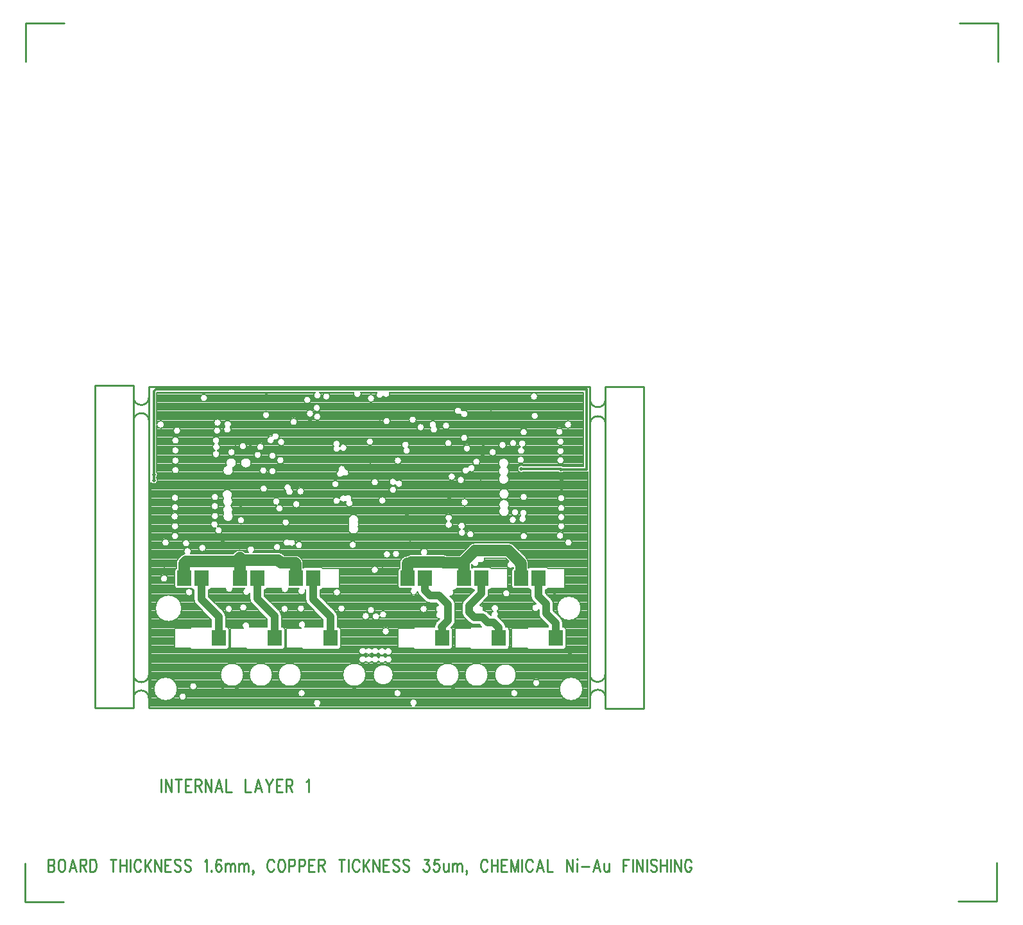
<source format=gbr>
*
*
G04 PADS Layout (Build Number 2007.21.1) generated Gerber (RS-274-X) file*
G04 PC Version=2.1*
*
%IN "2FOC-002.pcb"*%
*
%MOIN*%
*
%FSLAX35Y35*%
*
*
*
*
G04 PC Standard Apertures*
*
*
G04 Thermal Relief Aperture macro.*
%AMTER*
1,1,$1,0,0*
1,0,$1-$2,0,0*
21,0,$3,$4,0,0,45*
21,0,$3,$4,0,0,135*
%
*
*
G04 Annular Aperture macro.*
%AMANN*
1,1,$1,0,0*
1,0,$2,0,0*
%
*
*
G04 Odd Aperture macro.*
%AMODD*
1,1,$1,0,0*
1,0,$1-0.005,0,0*
%
*
*
G04 PC Custom Aperture Macros*
*
*
*
*
*
*
G04 PC Aperture Table*
*
%ADD010C,0.01*%
%ADD015C,0.008*%
%ADD028R,0.075X0.084*%
%ADD070C,0.001*%
%ADD082C,0.01181*%
%ADD084C,0.05906*%
%ADD085C,0.03937*%
%ADD087C,0.01969*%
*
*
*
*
G04 PC Circuitry*
G04 Layer Name 2FOC-002.pcb - circuitry*
%LPD*%
*
*
G04 PC Custom Flashes*
G04 Layer Name 2FOC-002.pcb - flashes*
%LPD*%
*
*
G04 PC Circuitry*
G04 Layer Name 2FOC-002.pcb - circuitry*
%LPD*%
*
G54D10*
G01X1818110Y1435460D02*
Y1428898D01*
X1820156Y1435460D02*
Y1428898D01*
Y1435460D02*
X1823338Y1428898D01*
Y1435460D02*
Y1428898D01*
X1826974Y1435460D02*
Y1428898D01*
X1825383Y1435460D02*
X1828565D01*
X1830610D02*
Y1428898D01*
Y1435460D02*
X1833565D01*
X1830610Y1432335D02*
X1832428D01*
X1830610Y1428898D02*
X1833565D01*
X1835610Y1435460D02*
Y1428898D01*
Y1435460D02*
X1837656D01*
X1838338Y1435148*
X1838565Y1434835*
X1838792Y1434210*
Y1433585*
X1838565Y1432960*
X1838338Y1432648*
X1837656Y1432335*
X1835610*
X1837201D02*
X1838792Y1428898D01*
X1840838Y1435460D02*
Y1428898D01*
Y1435460D02*
X1844019Y1428898D01*
Y1435460D02*
Y1428898D01*
X1847883Y1435460D02*
X1846065Y1428898D01*
X1847883Y1435460D02*
X1849701Y1428898D01*
X1846747Y1431085D02*
X1849019D01*
X1851747Y1435460D02*
Y1428898D01*
X1854474*
X1861747Y1435460D02*
Y1428898D01*
X1864474*
X1868338Y1435460D02*
X1866519Y1428898D01*
X1868338Y1435460D02*
X1870156Y1428898D01*
X1867201Y1431085D02*
X1869474D01*
X1872201Y1435460D02*
X1874019Y1432335D01*
Y1428898*
X1875838Y1435460D02*
X1874019Y1432335D01*
X1877883Y1435460D02*
Y1428898D01*
Y1435460D02*
X1880838D01*
X1877883Y1432335D02*
X1879701D01*
X1877883Y1428898D02*
X1880838D01*
X1882883Y1435460D02*
Y1428898D01*
Y1435460D02*
X1884928D01*
X1885610Y1435148*
X1885838Y1434835*
X1886065Y1434210*
Y1433585*
X1885838Y1432960*
X1885610Y1432648*
X1884928Y1432335*
X1882883*
X1884474D02*
X1886065Y1428898D01*
X1893338Y1434210D02*
X1893792Y1434523D01*
X1894474Y1435460*
Y1428898*
X1759252Y1394122D02*
Y1387559D01*
Y1394122D02*
X1761297D01*
X1761979Y1393809*
X1762207Y1393497*
X1762434Y1392872*
Y1392247*
X1762207Y1391622*
X1761979Y1391309*
X1761297Y1390997*
X1759252D02*
X1761297D01*
X1761979Y1390684*
X1762207Y1390372*
X1762434Y1389747*
Y1388809*
X1762207Y1388184*
X1761979Y1387872*
X1761297Y1387559*
X1759252*
X1765843Y1394122D02*
X1765388Y1393809D01*
X1764934Y1393184*
X1764707Y1392559*
X1764479Y1391622*
Y1390059*
X1764707Y1389122*
X1764934Y1388497*
X1765388Y1387872*
X1765843Y1387559*
X1766752*
X1767207Y1387872*
X1767661Y1388497*
X1767888Y1389122*
X1768116Y1390059*
Y1391622*
X1767888Y1392559*
X1767661Y1393184*
X1767207Y1393809*
X1766752Y1394122*
X1765843*
X1771979D02*
X1770161Y1387559D01*
X1771979Y1394122D02*
X1773797Y1387559D01*
X1770843Y1389747D02*
X1773116D01*
X1775843Y1394122D02*
Y1387559D01*
Y1394122D02*
X1777888D01*
X1778570Y1393809*
X1778797Y1393497*
X1779025Y1392872*
Y1392247*
X1778797Y1391622*
X1778570Y1391309*
X1777888Y1390997*
X1775843*
X1777434D02*
X1779025Y1387559D01*
X1781070Y1394122D02*
Y1387559D01*
Y1394122D02*
X1782661D01*
X1783343Y1393809*
X1783797Y1393184*
X1784025Y1392559*
X1784252Y1391622*
Y1390059*
X1784025Y1389122*
X1783797Y1388497*
X1783343Y1387872*
X1782661Y1387559*
X1781070*
X1793116Y1394122D02*
Y1387559D01*
X1791525Y1394122D02*
X1794707D01*
X1796752D02*
Y1387559D01*
X1799934Y1394122D02*
Y1387559D01*
X1796752Y1390997D02*
X1799934D01*
X1801979Y1394122D02*
Y1387559D01*
X1807434Y1392559D02*
X1807207Y1393184D01*
X1806752Y1393809*
X1806297Y1394122*
X1805388*
X1804934Y1393809*
X1804479Y1393184*
X1804252Y1392559*
X1804025Y1391622*
Y1390059*
X1804252Y1389122*
X1804479Y1388497*
X1804934Y1387872*
X1805388Y1387559*
X1806297*
X1806752Y1387872*
X1807207Y1388497*
X1807434Y1389122*
X1809479Y1394122D02*
Y1387559D01*
X1812661Y1394122D02*
X1809479Y1389747D01*
X1810616Y1391309D02*
X1812661Y1387559D01*
X1814707Y1394122D02*
Y1387559D01*
Y1394122D02*
X1817888Y1387559D01*
Y1394122D02*
Y1387559D01*
X1819934Y1394122D02*
Y1387559D01*
Y1394122D02*
X1822888D01*
X1819934Y1390997D02*
X1821752D01*
X1819934Y1387559D02*
X1822888D01*
X1828116Y1393184D02*
X1827661Y1393809D01*
X1826979Y1394122*
X1826070*
X1825388Y1393809*
X1824934Y1393184*
Y1392559*
X1825161Y1391934*
X1825388Y1391622*
X1825843Y1391309*
X1827207Y1390684*
X1827661Y1390372*
X1827888Y1390059*
X1828116Y1389434*
Y1388497*
X1827661Y1387872*
X1826979Y1387559*
X1826070*
X1825388Y1387872*
X1824934Y1388497*
X1833343Y1393184D02*
X1832888Y1393809D01*
X1832207Y1394122*
X1831297*
X1830616Y1393809*
X1830161Y1393184*
Y1392559*
X1830388Y1391934*
X1830616Y1391622*
X1831070Y1391309*
X1832434Y1390684*
X1832888Y1390372*
X1833116Y1390059*
X1833343Y1389434*
Y1388497*
X1832888Y1387872*
X1832207Y1387559*
X1831297*
X1830616Y1387872*
X1830161Y1388497*
X1840616Y1392872D02*
X1841070Y1393184D01*
X1841752Y1394122*
Y1387559*
X1844025Y1388184D02*
X1843797Y1387872D01*
X1844025Y1387559*
X1844252Y1387872*
X1844025Y1388184*
X1849025Y1393184D02*
X1848797Y1393809D01*
X1848116Y1394122*
X1847661*
X1846979Y1393809*
X1846525Y1392872*
X1846297Y1391309*
Y1389747*
X1846525Y1388497*
X1846979Y1387872*
X1847661Y1387559*
X1847888*
X1848570Y1387872*
X1849025Y1388497*
X1849252Y1389434*
Y1389747*
X1849025Y1390684*
X1848570Y1391309*
X1847888Y1391622*
X1847661*
X1846979Y1391309*
X1846525Y1390684*
X1846297Y1389747*
X1851297Y1391934D02*
Y1387559D01*
Y1390684D02*
X1851979Y1391622D01*
X1852434Y1391934*
X1853116*
X1853570Y1391622*
X1853797Y1390684*
Y1387559*
Y1390684D02*
X1854479Y1391622D01*
X1854934Y1391934*
X1855616*
X1856070Y1391622*
X1856297Y1390684*
Y1387559*
X1858343Y1391934D02*
Y1387559D01*
Y1390684D02*
X1859025Y1391622D01*
X1859479Y1391934*
X1860161*
X1860616Y1391622*
X1860843Y1390684*
Y1387559*
Y1390684D02*
X1861525Y1391622D01*
X1861979Y1391934*
X1862661*
X1863116Y1391622*
X1863343Y1390684*
Y1387559*
X1865843Y1387872D02*
X1865616Y1387559D01*
X1865388Y1387872*
X1865616Y1388184*
X1865843Y1387872*
Y1387247*
X1865616Y1386622*
X1865388Y1386309*
X1876525Y1392559D02*
X1876297Y1393184D01*
X1875843Y1393809*
X1875388Y1394122*
X1874479*
X1874025Y1393809*
X1873570Y1393184*
X1873343Y1392559*
X1873116Y1391622*
Y1390059*
X1873343Y1389122*
X1873570Y1388497*
X1874025Y1387872*
X1874479Y1387559*
X1875388*
X1875843Y1387872*
X1876297Y1388497*
X1876525Y1389122*
X1879934Y1394122D02*
X1879479Y1393809D01*
X1879025Y1393184*
X1878797Y1392559*
X1878570Y1391622*
Y1390059*
X1878797Y1389122*
X1879025Y1388497*
X1879479Y1387872*
X1879934Y1387559*
X1880843*
X1881297Y1387872*
X1881752Y1388497*
X1881979Y1389122*
X1882207Y1390059*
Y1391622*
X1881979Y1392559*
X1881752Y1393184*
X1881297Y1393809*
X1880843Y1394122*
X1879934*
X1884252D02*
Y1387559D01*
Y1394122D02*
X1886297D01*
X1886979Y1393809*
X1887207Y1393497*
X1887434Y1392872*
Y1391934*
X1887207Y1391309*
X1886979Y1390997*
X1886297Y1390684*
X1884252*
X1889479Y1394122D02*
Y1387559D01*
Y1394122D02*
X1891525D01*
X1892207Y1393809*
X1892434Y1393497*
X1892661Y1392872*
Y1391934*
X1892434Y1391309*
X1892207Y1390997*
X1891525Y1390684*
X1889479*
X1894707Y1394122D02*
Y1387559D01*
Y1394122D02*
X1897661D01*
X1894707Y1390997D02*
X1896525D01*
X1894707Y1387559D02*
X1897661D01*
X1899707Y1394122D02*
Y1387559D01*
Y1394122D02*
X1901752D01*
X1902434Y1393809*
X1902661Y1393497*
X1902888Y1392872*
Y1392247*
X1902661Y1391622*
X1902434Y1391309*
X1901752Y1390997*
X1899707*
X1901297D02*
X1902888Y1387559D01*
X1911752Y1394122D02*
Y1387559D01*
X1910161Y1394122D02*
X1913343D01*
X1915388D02*
Y1387559D01*
X1920843Y1392559D02*
X1920616Y1393184D01*
X1920161Y1393809*
X1919707Y1394122*
X1918797*
X1918343Y1393809*
X1917888Y1393184*
X1917661Y1392559*
X1917434Y1391622*
Y1390059*
X1917661Y1389122*
X1917888Y1388497*
X1918343Y1387872*
X1918797Y1387559*
X1919707*
X1920161Y1387872*
X1920616Y1388497*
X1920843Y1389122*
X1922888Y1394122D02*
Y1387559D01*
X1926070Y1394122D02*
X1922888Y1389747D01*
X1924025Y1391309D02*
X1926070Y1387559D01*
X1928116Y1394122D02*
Y1387559D01*
Y1394122D02*
X1931297Y1387559D01*
Y1394122D02*
Y1387559D01*
X1933343Y1394122D02*
Y1387559D01*
Y1394122D02*
X1936297D01*
X1933343Y1390997D02*
X1935161D01*
X1933343Y1387559D02*
X1936297D01*
X1941525Y1393184D02*
X1941070Y1393809D01*
X1940388Y1394122*
X1939479*
X1938797Y1393809*
X1938343Y1393184*
Y1392559*
X1938570Y1391934*
X1938797Y1391622*
X1939252Y1391309*
X1940616Y1390684*
X1941070Y1390372*
X1941297Y1390059*
X1941525Y1389434*
Y1388497*
X1941070Y1387872*
X1940388Y1387559*
X1939479*
X1938797Y1387872*
X1938343Y1388497*
X1946752Y1393184D02*
X1946297Y1393809D01*
X1945616Y1394122*
X1944707*
X1944025Y1393809*
X1943570Y1393184*
Y1392559*
X1943797Y1391934*
X1944025Y1391622*
X1944479Y1391309*
X1945843Y1390684*
X1946297Y1390372*
X1946525Y1390059*
X1946752Y1389434*
Y1388497*
X1946297Y1387872*
X1945616Y1387559*
X1944707*
X1944025Y1387872*
X1943570Y1388497*
X1954479Y1394122D02*
X1956979D01*
X1955616Y1391622*
X1956297*
X1956752Y1391309*
X1956979Y1390997*
X1957207Y1390059*
Y1389434*
X1956979Y1388497*
X1956525Y1387872*
X1955843Y1387559*
X1955161*
X1954479Y1387872*
X1954252Y1388184*
X1954025Y1388809*
X1962207Y1394122D02*
X1959934D01*
X1959707Y1391309*
X1959934Y1391622*
X1960616Y1391934*
X1961297*
X1961979Y1391622*
X1962434Y1390997*
X1962661Y1390059*
X1962434Y1389434*
X1962207Y1388497*
X1961752Y1387872*
X1961070Y1387559*
X1960388*
X1959707Y1387872*
X1959479Y1388184*
X1959252Y1388809*
X1964707Y1391934D02*
Y1388809D01*
X1964934Y1387872*
X1965388Y1387559*
X1966070*
X1966525Y1387872*
X1967207Y1388809*
Y1391934D02*
Y1387559D01*
X1969252Y1391934D02*
Y1387559D01*
Y1390684D02*
X1969934Y1391622D01*
X1970388Y1391934*
X1971070*
X1971525Y1391622*
X1971752Y1390684*
Y1387559*
Y1390684D02*
X1972434Y1391622D01*
X1972888Y1391934*
X1973570*
X1974025Y1391622*
X1974252Y1390684*
Y1387559*
X1976752Y1387872D02*
X1976525Y1387559D01*
X1976297Y1387872*
X1976525Y1388184*
X1976752Y1387872*
Y1387247*
X1976525Y1386622*
X1976297Y1386309*
X1987434Y1392559D02*
X1987207Y1393184D01*
X1986752Y1393809*
X1986297Y1394122*
X1985388*
X1984934Y1393809*
X1984479Y1393184*
X1984252Y1392559*
X1984025Y1391622*
Y1390059*
X1984252Y1389122*
X1984479Y1388497*
X1984934Y1387872*
X1985388Y1387559*
X1986297*
X1986752Y1387872*
X1987207Y1388497*
X1987434Y1389122*
X1989479Y1394122D02*
Y1387559D01*
X1992661Y1394122D02*
Y1387559D01*
X1989479Y1390997D02*
X1992661D01*
X1994707Y1394122D02*
Y1387559D01*
Y1394122D02*
X1997661D01*
X1994707Y1390997D02*
X1996525D01*
X1994707Y1387559D02*
X1997661D01*
X1999707Y1394122D02*
Y1387559D01*
Y1394122D02*
X2001525Y1387559D01*
X2003343Y1394122D02*
X2001525Y1387559D01*
X2003343Y1394122D02*
Y1387559D01*
X2005388Y1394122D02*
Y1387559D01*
X2010843Y1392559D02*
X2010616Y1393184D01*
X2010161Y1393809*
X2009707Y1394122*
X2008797*
X2008343Y1393809*
X2007888Y1393184*
X2007661Y1392559*
X2007434Y1391622*
Y1390059*
X2007661Y1389122*
X2007888Y1388497*
X2008343Y1387872*
X2008797Y1387559*
X2009707*
X2010161Y1387872*
X2010616Y1388497*
X2010843Y1389122*
X2014707Y1394122D02*
X2012888Y1387559D01*
X2014707Y1394122D02*
X2016525Y1387559D01*
X2013570Y1389747D02*
X2015843D01*
X2018570Y1394122D02*
Y1387559D01*
X2021297*
X2028570Y1394122D02*
Y1387559D01*
Y1394122D02*
X2031752Y1387559D01*
Y1394122D02*
Y1387559D01*
X2033797Y1394122D02*
X2034025Y1393809D01*
X2034252Y1394122*
X2034025Y1394434*
X2033797Y1394122*
X2034025Y1391934D02*
Y1387559D01*
X2036297Y1390372D02*
X2040388D01*
X2044252Y1394122D02*
X2042434Y1387559D01*
X2044252Y1394122D02*
X2046070Y1387559D01*
X2043116Y1389747D02*
X2045388D01*
X2048116Y1391934D02*
Y1388809D01*
X2048343Y1387872*
X2048797Y1387559*
X2049479*
X2049934Y1387872*
X2050616Y1388809*
Y1391934D02*
Y1387559D01*
X2057888Y1394122D02*
Y1387559D01*
Y1394122D02*
X2060843D01*
X2057888Y1390997D02*
X2059707D01*
X2062888Y1394122D02*
Y1387559D01*
X2064934Y1394122D02*
Y1387559D01*
Y1394122D02*
X2068116Y1387559D01*
Y1394122D02*
Y1387559D01*
X2070161Y1394122D02*
Y1387559D01*
X2075388Y1393184D02*
X2074934Y1393809D01*
X2074252Y1394122*
X2073343*
X2072661Y1393809*
X2072207Y1393184*
Y1392559*
X2072434Y1391934*
X2072661Y1391622*
X2073116Y1391309*
X2074479Y1390684*
X2074934Y1390372*
X2075161Y1390059*
X2075388Y1389434*
Y1388497*
X2074934Y1387872*
X2074252Y1387559*
X2073343*
X2072661Y1387872*
X2072207Y1388497*
X2077434Y1394122D02*
Y1387559D01*
X2080616Y1394122D02*
Y1387559D01*
X2077434Y1390997D02*
X2080616D01*
X2082661Y1394122D02*
Y1387559D01*
X2084707Y1394122D02*
Y1387559D01*
Y1394122D02*
X2087888Y1387559D01*
Y1394122D02*
Y1387559D01*
X2093343Y1392559D02*
X2093116Y1393184D01*
X2092661Y1393809*
X2092207Y1394122*
X2091297*
X2090843Y1393809*
X2090388Y1393184*
X2090161Y1392559*
X2089934Y1391622*
Y1390059*
X2090161Y1389122*
X2090388Y1388497*
X2090843Y1387872*
X2091297Y1387559*
X2092207*
X2092661Y1387872*
X2093116Y1388497*
X2093343Y1389122*
Y1390059*
X2092207D02*
X2093343D01*
X1811638Y1472618D02*
X2040748D01*
Y1639331*
X1811638*
Y1472618*
X1767520Y1828110D02*
X1747520D01*
Y1808110*
X1747441Y1391890D02*
Y1371890D01*
X1767441*
X2232087Y1372205D02*
X2252087D01*
Y1392205*
X2252559Y1808031D02*
Y1828031D01*
X2232559*
X1803543Y1640118D02*
Y1472598D01*
X1783465*
Y1639921*
X1803346*
X2040757Y1632696D02*
G75*
G03X2048757I4000J0D01*
G01X2048791Y1619988D02*
G03X2040791I-4000J-0D01*
G01X1803664Y1633822D02*
G03X1811664I4000J0D01*
G01X1811677Y1621551D02*
G03X1803677I-4000J0D01*
G01X1803664Y1489924D02*
G03X1811664I4000J0D01*
G01X1811612Y1477656D02*
G03X1803612I-4000J-0D01*
G01X2040672Y1490121D02*
G03X2048672I4000J0D01*
G01X2068504Y1472205D02*
X2048728D01*
Y1639331*
X2068504*
Y1472205*
X2048805Y1478060D02*
G03X2040805I-4000J-0D01*
G54D15*
G01X2037038Y1482461D02*
G03X2037038I-6109J0D01*
G01X2014770Y1485591D02*
G03X2014770I-1975J0D01*
G01X2036117Y1524295D02*
G03X2036117I-6306J0D01*
G01X2031502Y1558425D02*
G03X2031502I-1974J0D01*
G01X2027172Y1561969D02*
G03X2027172I-1975J0D01*
G01X2027762Y1566890D02*
G03X2027762I-1975J0D01*
G01Y1571614D02*
G03X2027762I-1975J0D01*
G01Y1576339D02*
G03X2027762I-1975J0D01*
G01Y1581457D02*
G03X2027762I-1975J0D01*
G01X2008274Y1561772D02*
G03X2008274I-1975J0D01*
G01Y1582047D02*
G03X2008274I-1975J0D01*
G01X2002565Y1570236D02*
G03X2002565I-1974J0D01*
G01X2003746Y1574173D02*
G03X2003746I-1974J0D01*
G01X2027369Y1601142D02*
G03X2027369I-1975J0D01*
G01Y1605866D02*
G03X2027369I-1975J0D01*
G01Y1610787D02*
G03X2027369I-1975J0D01*
G01X2031306Y1619646D02*
G03X2031306I-1975J0D01*
G01X2026778Y1615906D02*
G03X2026778I-1975J0D01*
G01X2014006Y1624193D02*
G03X2014006I-1975J0D01*
G01X2013589Y1634213D02*
G03X2013589I-1975J0D01*
G01X2006699Y1601339D02*
G03X2006699I-1975J0D01*
G01X2008274Y1615709D02*
G03X2008274I-1975J0D01*
G01X2002762Y1610000D02*
G03X2002762I-1975J0D01*
G01X1997250Y1609016D02*
G03X1997250I-1974J0D01*
G01X1992156Y1605295D02*
G03X1992156I-1975J0D01*
G01X1980518Y1562756D02*
G03X1980518I-1975J0D01*
G01X1977565Y1579291D02*
G03X1977565I-1974J0D01*
G01X1975597Y1590906D02*
G03X1975597I-1975J0D01*
G01X1983668Y1600354D02*
G03X1983668I-1975J0D01*
G01X1978746Y1607244D02*
G03X1978746I-1974J0D01*
G01X1977369Y1612756D02*
G03X1977369I-1975J0D01*
G01X1970872Y1592677D02*
G03X1970872I-1974J0D01*
G01X1969101Y1610000D02*
G03X1969101I-1975J0D01*
G01X1967920Y1619055D02*
G03X1967920I-1975J0D01*
G01X1954731Y1618268D02*
G03X1954731I-1975J0D01*
G01X1938552Y1489795D02*
G03X1938552I-5241J0D01*
G01X1924339D02*
G03X1924339I-6028J0D01*
G01X1941935Y1552520D02*
G03X1941935I-1974J0D01*
G01X1936620Y1512362D02*
G03X1936620I-1974J0D01*
G01X1937211Y1552323D02*
G03X1937211I-1975J0D01*
G01X1940361Y1585787D02*
G03X1940361I-1975J0D01*
G01X1950597Y1622205D02*
G03X1950597I-1975J0D01*
G01X1926187Y1520236D02*
G03X1926187I-1974J0D01*
G01X1928943Y1523386D02*
G03X1928943I-1974J0D01*
G01X1930912Y1544252D02*
G03X1930912I-1975J0D01*
G01X1934849Y1580276D02*
G03X1934849I-1975J0D01*
G01X1937014Y1621417D02*
G03X1937014I-1975J0D01*
G01X1930912Y1589724D02*
G03X1930912I-1975J0D01*
G01X1928353Y1610787D02*
G03X1928353I-1975J0D01*
G01X1928943Y1633228D02*
G03X1928943I-1974J0D01*
G01X1919495Y1557244D02*
G03X1919495I-1975J0D01*
G01X1910439Y1588740D02*
G03X1910439I-1974J0D01*
G01X1905715Y1634213D02*
G03X1905715I-1975J0D01*
G01X1900991Y1623780D02*
G03X1900991I-1975J0D01*
G01X1897250Y1625354D02*
G03X1897250I-1974J0D01*
G01X1900794Y1628307D02*
G03X1900794I-1975J0D01*
G01X1890164Y1578307D02*
G03X1890164I-1975J0D01*
G01X1892329Y1585000D02*
G03X1892329I-1975J0D01*
G01X1895872Y1632441D02*
G03X1895872I-1974J0D01*
G01X1884652Y1568858D02*
G03X1884652I-1975J0D01*
G01X1888786Y1621024D02*
G03X1888786I-1975J0D01*
G01X1880124Y1556063D02*
G03X1880124I-1974J0D01*
G01X1881896Y1601142D02*
G03X1881896I-1975J0D01*
G01X1882290Y1610591D02*
G03X1882290I-1975J0D01*
G01X1877762Y1595433D02*
G03X1877762I-1975J0D01*
G01Y1603504D02*
G03X1877762I-1975J0D01*
G01X1873235Y1586378D02*
G03X1873235I-1975J0D01*
G01X1873038Y1595827D02*
G03X1873038I-1975J0D01*
G01X1870085Y1603898D02*
G03X1870085I-1975J0D01*
G01X1871463Y1608031D02*
G03X1871463I-1975J0D01*
G01X1874416Y1624567D02*
G03X1874416I-1975J0D01*
G01X1861424Y1570039D02*
G03X1861424I-1975J0D01*
G01X1864770Y1599764D02*
G03X1864770I-2762J0D01*
G01X1862408Y1608425D02*
G03X1862408I-1975J0D01*
G01X1856502Y1605276D02*
G03X1856502I-1974J0D01*
G01X1847841Y1572205D02*
G03X1847841I-1975J0D01*
G01Y1577323D02*
G03X1847841I-1975J0D01*
G01Y1582047D02*
G03X1847841I-1975J0D01*
G01X1849022Y1616496D02*
G03X1849022I-1975J0D01*
G01X1849219Y1620630D02*
G03X1849219I-1975J0D01*
G01X1841345Y1555669D02*
G03X1841345I-1975J0D01*
G01X1842156Y1633445D02*
G03X1842156I-1975J0D01*
G01X1832880Y1558031D02*
G03X1832880I-1974J0D01*
G01X1827172Y1561772D02*
G03X1827172I-1975J0D01*
G01Y1566890D02*
G03X1827172I-1975J0D01*
G01X1826975Y1572008D02*
G03X1826975I-1975J0D01*
G01X1827172Y1576732D02*
G03X1827172I-1975J0D01*
G01Y1581654D02*
G03X1827172I-1975J0D01*
G01X1827369Y1596024D02*
G03X1827369I-1975J0D01*
G01Y1600945D02*
G03X1827369I-1975J0D01*
G01Y1606260D02*
G03X1827369I-1975J0D01*
G01Y1611378D02*
G03X1827369I-1975J0D01*
G01X1828156Y1616496D02*
G03X1828156I-1975J0D01*
G01X1821463Y1539724D02*
G03X1821463I-1975J0D01*
G01X1822250Y1558425D02*
G03X1822250I-1974J0D01*
G01X1828707Y1524295D02*
G03X1828707I-6896J0D01*
G01X1831109Y1478504D02*
G03X1831109I-1975J0D01*
G01X1826408Y1482461D02*
G03X1826408I-6109J0D01*
G01X1836620Y1483819D02*
G03X1836620I-1974J0D01*
G01X1855124Y1523976D02*
G03X1855124I-1974J0D01*
G01X1860839Y1489795D02*
G03X1860839I-6028J0D01*
G01X1862605Y1524764D02*
G03X1862605I-1975J0D01*
G01X1875839Y1489795D02*
G03X1875839I-6028J0D01*
G01X1884061Y1523976D02*
G03X1884061I-1974J0D01*
G01X1890839Y1489795D02*
G03X1890839I-6028J0D01*
G01X1892526Y1524173D02*
G03X1892526I-1975J0D01*
G01X1892920Y1480276D02*
G03X1892920I-1975J0D01*
G01X1913589Y1524173D02*
G03X1913589I-1975J0D01*
G01X1942920Y1600945D02*
G03X1942920I-1975J0D01*
G01X1942723Y1480276D02*
G03X1942723I-1975J0D01*
G01X1956306Y1523976D02*
G03X1956306I-1975J0D01*
G01X1972839Y1489795D02*
G03X1972839I-6028J0D01*
G01X1987839D02*
G03X1987839I-6028J0D01*
G01X1999219Y1532047D02*
G03X1999219I-1975J0D01*
G01X2003353Y1480276D02*
G03X2003353I-1975J0D01*
G01X2002445Y1489795D02*
G03X2002445I-5634J0D01*
G01X2039757Y1473609D02*
Y1595029D01*
X2039000Y1594836D02*
G03X2039757Y1595029I0J1581D01*
G01X2039000Y1594836D02*
X2026774D01*
X2024182Y1595033D02*
G03X2026774Y1594836I1409J1384D01*
G01X2024182Y1595033D02*
X2006301D01*
Y1598195D02*
G03Y1595033I-1183J-1581D01*
G01Y1598195D02*
X2024731D01*
X2026774Y1597998D02*
G03X2024731Y1598195I-1183J-1581D01*
G01X2026774Y1597998D02*
X2037419D01*
Y1636391*
X1936648*
X1933344Y1634304D02*
G03X1936648Y1636391I1499J1287D01*
G01X1930095D02*
G03X1933344Y1634304I1401J-1391D01*
G01X1930095Y1636391D02*
X1921687D01*
X1918077D02*
G03X1921687I1805J-800D01*
G01X1918077D02*
X1900386D01*
X1898039D02*
G03X1900386I1174J-1588D01*
G01X1898039D02*
X1816033D01*
X1815778Y1636136*
Y1620022*
Y1619269D02*
G03Y1620022I1939J377D01*
G01Y1619269D02*
Y1594864D01*
Y1592498D02*
G03Y1594864I-1581J1183D01*
G01Y1592498D02*
Y1591912D01*
X1812628Y1589528D02*
G03X1815778Y1591912I1569J1200D01*
G01X1812628Y1589528D02*
Y1473609D01*
X1897791*
X1900241D02*
G03X1897791I-1225J1548D01*
G01X1900241D02*
X1948092D01*
X1949939D02*
G03X1948092I-923J1745D01*
G01X1949939D02*
X2039757D01*
X2037038Y1482461D02*
G03X2037038I-6109J0D01*
G01X2014770Y1485591D02*
G03X2014770I-1975J0D01*
G01X2028339Y1512995D02*
Y1504595D01*
X2026561Y1502817D02*
G03X2028339Y1504595I0J1778D01*
G01X2026561Y1502817D02*
X2019061D01*
X2018978Y1502819D02*
G03X2019061Y1502817I83J1776D01*
G01X2018939D02*
G03X2018978Y1502819I-0J400D01*
G01X2018939Y1502817D02*
X2008683D01*
X2008283Y1503217D02*
G03X2008683Y1502817I400J0D01*
G01X2008283Y1503217D02*
Y1503605D01*
X2000470*
X2000070Y1504005D02*
G03X2000470Y1503605I400J-0D01*
G01X2000070Y1504005D02*
Y1513586D01*
X2000470Y1513986D02*
G03X2000070Y1513586I0J-400D01*
G01X2000470Y1513986D02*
X2008283D01*
Y1514373*
X2008683Y1514773D02*
G03X2008283Y1514373I0J-400D01*
G01X2008683Y1514773D02*
X2018939D01*
X2018978Y1514771D02*
G03X2018939Y1514773I-39J-398D01*
G01X2019061D02*
G03X2018978Y1514771I0J-1778D01*
G01X2019061Y1514773D02*
X2019065D01*
Y1515165*
X2015264Y1518965*
X2014167Y1521614D02*
G03X2015264Y1518965I3746J0D01*
G01X2014167Y1521614D02*
Y1523682D01*
X2012621Y1526530D02*
G03X2014167Y1523682I-219J-1963D01*
G01X2012621Y1526530D02*
X2011162Y1527989D01*
X2010065Y1530638D02*
G03X2011162Y1527989I3746J-0D01*
G01X2010065Y1530638D02*
Y1533817D01*
X2010061*
X2008584Y1534605D02*
G03X2010061Y1533817I1477J990D01*
G01X2008561Y1534605D02*
G03X2008584I0J990D01*
G01X2008561D02*
X2001061D01*
X2000070Y1535595D02*
G03X2001061Y1534605I991J0D01*
G01X2000070Y1535595D02*
Y1543995D01*
X2000868Y1544967D02*
G03X2000070Y1543995I193J-972D01*
G01X2000868Y1544967D02*
Y1545479D01*
X1998551Y1548589D02*
G03X2000868Y1545479I858J-1778D01*
G01X1998551Y1548589D02*
X1996792Y1550348D01*
X1985942*
X1983060Y1548058D02*
G03X1985942Y1550348I995J1706D01*
G01X1979298Y1546993D02*
G03X1983060Y1548058I1804J802D01*
G01X1979298Y1546993D02*
X1979254Y1546949D01*
Y1545201*
X1980561Y1545773D02*
G03X1979254Y1545201I0J-1778D01*
G01X1980561Y1545773D02*
X1988061D01*
X1989537Y1544986D02*
G03X1988061Y1545773I-1476J-991D01*
G01X1989537Y1544986D02*
X1997652D01*
X1998052Y1544586D02*
G03X1997652Y1544986I-400J-0D01*
G01X1998052Y1544586D02*
Y1535005D01*
X1997652Y1534605D02*
G03X1998052Y1535005I-0J400D01*
G01X1997652Y1534605D02*
X1989537D01*
X1988061Y1533817D02*
G03X1989537Y1534605I0J1778D01*
G01X1988061Y1533817D02*
X1988058D01*
X1988058D02*
Y1532106D01*
X1986960Y1529457D02*
G03X1988058Y1532106I-2649J2649D01*
G01X1986960Y1529457D02*
X1983454Y1525951D01*
X1985340Y1523359D02*
G03X1983454Y1525951I-1875J617D01*
G01X1987492Y1522295D02*
G03X1985340Y1523359I-2649J-2649D01*
G01X1987492Y1522295D02*
X1989150Y1520636D01*
X1989452*
X1990147Y1522795D02*
G03X1989452Y1520636I1192J-1575D01*
G01X1992530Y1522795D02*
G03X1990147I-1191J1575D01*
G01X1992873Y1519978D02*
G03X1992530Y1522795I-1534J1242D01*
G01X1993401Y1519539D02*
G03X1992873Y1519978I-2649J-2649D01*
G01X1993401Y1519539D02*
X1995960Y1516980D01*
X1997031Y1514773D02*
G03X1995960Y1516980I-3720J-442D01*
G01X1997031Y1514773D02*
X1997061D01*
X1998839Y1512995D02*
G03X1997061Y1514773I-1778J0D01*
G01X1998839Y1512995D02*
Y1504595D01*
X1997061Y1502817D02*
G03X1998839Y1504595I0J1778D01*
G01X1997061Y1502817D02*
X1989561D01*
X1989478Y1502819D02*
G03X1989561Y1502817I83J1776D01*
G01X1989439D02*
G03X1989478Y1502819I-0J400D01*
G01X1989439Y1502817D02*
X1979183D01*
X1978783Y1503217D02*
G03X1979183Y1502817I400J0D01*
G01X1978783Y1503217D02*
Y1503605D01*
X1970970*
X1970570Y1504005D02*
G03X1970970Y1503605I400J-0D01*
G01X1970570Y1504005D02*
Y1513586D01*
X1970970Y1513986D02*
G03X1970570Y1513586I0J-400D01*
G01X1970970Y1513986D02*
X1978783D01*
Y1514373*
X1979183Y1514773D02*
G03X1978783Y1514373I0J-400D01*
G01X1979183Y1514773D02*
X1984417D01*
X1983291Y1515899*
X1980709*
X1978060Y1516997D02*
G03X1980709Y1515899I2649J2649D01*
G01X1978060Y1516997D02*
X1975304Y1519752D01*
X1974206Y1522402D02*
G03X1975304Y1519752I3747J-0D01*
G01X1974206Y1522402D02*
Y1525748D01*
X1975304Y1528397D02*
G03X1974206Y1525748I2649J-2649D01*
G01X1975304Y1528397D02*
X1980565Y1533658D01*
Y1533817*
X1980561*
X1979084Y1534605D02*
G03X1980561Y1533817I1477J990D01*
G01X1979061Y1534605D02*
G03X1979084I0J990D01*
G01X1979061D02*
X1971561D01*
X1971403Y1534617D02*
G03X1971561Y1534605I158J978D01*
G01X1969698Y1533616D02*
G03X1971403Y1534617I-13J1975D01*
G01X1968100Y1530466D02*
G03X1969698Y1533616I10J1975D01*
G01X1968100Y1530466D02*
X1969578Y1528988D01*
X1970676Y1526339D02*
G03X1969578Y1528988I-3747J-0D01*
G01X1970676Y1526339D02*
Y1517874D01*
X1969578Y1515225D02*
G03X1970676Y1517874I-2649J2649D01*
G01X1969578Y1515225D02*
X1968708Y1514354D01*
X1969339Y1512995D02*
G03X1968708Y1514354I-1778J0D01*
G01X1969339Y1512995D02*
Y1504595D01*
X1967561Y1502817D02*
G03X1969339Y1504595I0J1778D01*
G01X1967561Y1502817D02*
X1960061D01*
X1959978Y1502819D02*
G03X1960061Y1502817I83J1776D01*
G01X1959939D02*
G03X1959978Y1502819I-0J400D01*
G01X1959939Y1502817D02*
X1949683D01*
X1949283Y1503217D02*
G03X1949683Y1502817I400J0D01*
G01X1949283Y1503217D02*
Y1503605D01*
X1941470*
X1941070Y1504005D02*
G03X1941470Y1503605I400J-0D01*
G01X1941070Y1504005D02*
Y1513586D01*
X1941470Y1513986D02*
G03X1941070Y1513586I0J-400D01*
G01X1941470Y1513986D02*
X1949283D01*
Y1514373*
X1949683Y1514773D02*
G03X1949283Y1514373I0J-400D01*
G01X1949683Y1514773D02*
X1959844D01*
X1960934Y1517177D02*
G03X1959844Y1514773I2649J-2649D01*
G01X1960934Y1517177D02*
X1962621Y1518864D01*
X1961210Y1522402D02*
G03X1962621Y1518864I1192J-1575D01*
G01X1962050Y1525920D02*
G03X1961210Y1522402I352J-1944D01*
G01X1962050Y1525920D02*
X1960850Y1527120D01*
X1957567*
X1954918Y1528217D02*
G03X1957567Y1527120I2649J2649D01*
G01X1954918Y1528217D02*
X1952162Y1530973D01*
X1951148Y1532836D02*
G03X1952162Y1530973I3663J786D01*
G01X1947796Y1534605D02*
G03X1951148Y1532836I1417J-1377D01*
G01X1947796Y1534605D02*
X1942061D01*
X1941070Y1535595D02*
G03X1942061Y1534605I991J0D01*
G01X1941070Y1535595D02*
Y1543995D01*
X1941868Y1544967D02*
G03X1941070Y1543995I193J-972D01*
G01X1941868Y1544967D02*
Y1547539D01*
X1945581Y1551475D02*
G03X1941868Y1547539I230J-3936D01*
G01X1948031Y1552329D02*
G03X1945581Y1551475I0J-3943D01*
G01X1948031Y1552329D02*
X1952940D01*
X1956115D02*
G03X1952940I-1587J1175D01*
G01X1956115D02*
X1964370D01*
X1966446Y1551739D02*
G03X1964370Y1552329I-2076J-3353D01*
G01X1966446Y1551739D02*
X1972890D01*
X1978231Y1557080*
X1981020Y1558235D02*
G03X1978231Y1557080I-0J-3944D01*
G01X1981020Y1558235D02*
X1998425D01*
X2001214Y1557080D02*
G03X1998425Y1558235I-2789J-2789D01*
G01X2001214Y1557080D02*
X2007162Y1551131D01*
X2008034Y1549811D02*
G03X2007162Y1551131I-3660J-1468D01*
G01X2008754Y1547539D02*
G03X2008034Y1549811I-3943J-0D01*
G01X2008754Y1547539D02*
Y1545201D01*
X2010061Y1545773D02*
G03X2008754Y1545201I0J-1778D01*
G01X2010061Y1545773D02*
X2017561D01*
X2019037Y1544986D02*
G03X2017561Y1545773I-1476J-991D01*
G01X2019037Y1544986D02*
X2027152D01*
X2027552Y1544586D02*
G03X2027152Y1544986I-400J-0D01*
G01X2027552Y1544586D02*
Y1535005D01*
X2027152Y1534605D02*
G03X2027552Y1535005I-0J400D01*
G01X2027152Y1534605D02*
X2019037D01*
X2017561Y1533817D02*
G03X2019037Y1534605I0J1778D01*
G01X2017561Y1533817D02*
X2017558D01*
X2017558D02*
Y1532190D01*
X2017558D02*
X2020563Y1529185D01*
X2021660Y1526535D02*
G03X2020563Y1529185I-3747J0D01*
G01X2021660Y1526535D02*
Y1523166D01*
X2025460Y1519366*
X2026558Y1516717D02*
G03X2025460Y1519366I-3747J-0D01*
G01X2026558Y1516717D02*
Y1514773D01*
X2026558D02*
X2026561D01*
X2028339Y1512995D02*
G03X2026561Y1514773I-1778J0D01*
G01X2036117Y1524295D02*
G03X2036117I-6306J0D01*
G01X2031502Y1558425D02*
G03X2031502I-1974J0D01*
G01X2027172Y1561969D02*
G03X2027172I-1975J0D01*
G01X2027762Y1566890D02*
G03X2027762I-1975J0D01*
G01Y1571614D02*
G03X2027762I-1975J0D01*
G01Y1576339D02*
G03X2027762I-1975J0D01*
G01Y1581457D02*
G03X2027762I-1975J0D01*
G01X2008274Y1561772D02*
G03X2008274I-1975J0D01*
G01X2007072Y1572059D02*
G03X2004739Y1572350I-970J1721D01*
X2007072Y1572059I970J-1720*
G01X2008274Y1582047D02*
G03X2008274I-1975J0D01*
G01X2002565Y1570236D02*
G03X2002565I-1974J0D01*
G01X2003746Y1574173D02*
G03X2003746I-1974J0D01*
G01X2027369Y1601142D02*
G03X2027369I-1975J0D01*
G01Y1605866D02*
G03X2027369I-1975J0D01*
G01Y1610787D02*
G03X2027369I-1975J0D01*
G01X2031306Y1619646D02*
G03X2031306I-1975J0D01*
G01X2026778Y1615906D02*
G03X2026778I-1975J0D01*
G01X2014006Y1624193D02*
G03X2014006I-1975J0D01*
G01X2013589Y1634213D02*
G03X2013589I-1975J0D01*
G01X2006699Y1601339D02*
G03X2006699I-1975J0D01*
G01X2005771Y1607845D02*
G03X2004662Y1608021I-259J1958D01*
X2005771Y1607845I259J-1958*
G01X2008274Y1615709D02*
G03X2008274I-1975J0D01*
G01X1996250Y1580866D02*
G03X1995876I-187J2756D01*
G01X1998182Y1576339D02*
G03X1996250Y1580866I-2119J1771D01*
G01X1993944Y1576339D02*
G03X1998182I2119J-1772D01*
G01X1995876Y1580866D02*
G03X1993944Y1576339I187J-2756D01*
G01X2002762Y1610000D02*
G03X2002762I-1975J0D01*
G01X1997699Y1597500D02*
G03X1994034I-1833J2067D01*
G01X1997699Y1593366D02*
G03Y1597500I-1833J2067D01*
G01X1994034Y1593366D02*
G03X1997699I1832J-2067D01*
G01X1994034Y1597500D02*
G03Y1593366I1832J-2067D01*
G01X1997250Y1609016D02*
G03X1997250I-1974J0D01*
G01X1992156Y1605295D02*
G03X1992156I-1975J0D01*
G01X1980518Y1562756D02*
G03X1980518I-1975J0D01*
G01X1973249Y1565267D02*
G03X1974980Y1565363I964J-1724D01*
X1973249Y1565267I-964J1724*
G01X1977565Y1579291D02*
G03X1977565I-1974J0D01*
G01X1975597Y1590906D02*
G03X1975597I-1975J0D01*
G01X1978092Y1595330D02*
G03X1977223Y1597505I1042J1678D01*
X1978092Y1595330I-1042J-1678*
G01X1983668Y1600354D02*
G03X1983668I-1975J0D01*
G01X1978746Y1607244D02*
G03X1978746I-1974J0D01*
G01X1977369Y1612756D02*
G03X1977369I-1975J0D01*
G01X1968195Y1569449D02*
G03X1966450I-872J1771D01*
X1968195I873J-1772*
G01X1970872Y1592677D02*
G03X1970872I-1974J0D01*
G01X1973419Y1625145D02*
G03X1974219Y1626745I1975J12D01*
X1973419Y1625145I-1975J-13*
G01X1969101Y1610000D02*
G03X1969101I-1975J0D01*
G01X1967920Y1619055D02*
G03X1967920I-1975J0D01*
G01X1957913Y1618034D02*
G03X1960788Y1618698I1733J-947D01*
X1957913Y1618034I-1733J948*
G01X1954731Y1618268D02*
G03X1954731I-1975J0D01*
G01X1938552Y1489795D02*
G03X1938552I-5241J0D01*
G01X1924339D02*
G03X1924339I-6028J0D01*
G01X1934350Y1496746D02*
G03Y1498844I1674J1049D01*
G01X1930906Y1496923D02*
G03X1934350Y1496746I1771J872D01*
G01X1927461D02*
G03X1930906Y1496923I1673J1049D01*
G01X1924213Y1496604D02*
G03X1927461Y1496746I1574J1191D01*
G01X1924213Y1498987D02*
G03Y1496604I-1575J-1192D01*
G01X1927461Y1498844D02*
G03X1924213Y1498987I-1674J-1049D01*
G01X1930906Y1498668D02*
G03X1927461Y1498844I-1772J-873D01*
G01X1934350D02*
G03X1930906Y1498668I-1673J-1049D01*
G01X1934350Y1500880D02*
G03Y1502978I1674J1049D01*
G01X1930857Y1501162D02*
G03X1934350Y1500880I1820J767D01*
G01X1927461Y1501077D02*
G03X1930857Y1501162I1673J1049D01*
G01X1924213Y1500934D02*
G03X1927461Y1501077I1574J1192D01*
G01X1924213Y1503318D02*
G03Y1500934I-1575J-1192D01*
G01X1927461Y1503175D02*
G03X1924213Y1503318I-1674J-1049D01*
G01X1930954Y1502893D02*
G03X1927461Y1503175I-1820J-767D01*
G01X1934350Y1502978D02*
G03X1930954Y1502893I-1673J-1049D01*
G01X1941935Y1552520D02*
G03X1941935I-1974J0D01*
G01X1936620Y1512362D02*
G03X1936620I-1974J0D01*
G01X1931500Y1520144D02*
G03X1931296Y1520919I1768J880D01*
X1931500Y1520144I-1768J-880*
G01X1937211Y1552323D02*
G03X1937211I-1975J0D01*
G01X1940361Y1585787D02*
G03X1940361I-1975J0D01*
G01X1939637Y1588393D02*
G03X1940284Y1590465I1898J544D01*
X1939637Y1588393I-1898J-544*
G01X1944042Y1607425D02*
G03X1946312Y1607851I1430J-1362D01*
X1944042Y1607425I-1430J1362*
G01X1950597Y1622205D02*
G03X1950597I-1975J0D01*
G01X1926187Y1520236D02*
G03X1926187I-1974J0D01*
G01X1928943Y1523386D02*
G03X1928943I-1974J0D01*
G01X1930912Y1544252D02*
G03X1930912I-1975J0D01*
G01X1934849Y1580276D02*
G03X1934849I-1975J0D01*
G01X1937014Y1621417D02*
G03X1937014I-1975J0D01*
G01X1930912Y1589724D02*
G03X1930912I-1975J0D01*
G01X1928353Y1610787D02*
G03X1928353I-1975J0D01*
G01X1928943Y1633228D02*
G03X1928943I-1974J0D01*
G01X1919495Y1557244D02*
G03X1919495I-1975J0D01*
G01X1920410Y1569055D02*
G03X1915416I-2497J1181D01*
G01X1920410Y1566693D02*
G03Y1569055I-2497J1181D01*
G01X1915416Y1566693D02*
G03X1920410I2497J-1181D01*
G01X1915416Y1569055D02*
G03Y1566693I2497J-1181D01*
G01X1914016Y1579846D02*
G03X1916890Y1580509I1732J-948D01*
G01X1913993Y1579862D02*
G03X1914016Y1579846I1164J1595D01*
G01X1911030Y1580060D02*
G03X1913993Y1579862I1568J1200D01*
G01X1910624Y1581279D02*
G03X1911030Y1580060I-1569J-1200D01*
G01X1913763Y1582855D02*
G03X1910624Y1581279I-1165J-1595D01*
G01X1916890Y1580509D02*
G03X1913763Y1582855I-1733J948D01*
G01X1910439Y1588740D02*
G03X1910439I-1974J0D01*
G01X1912495Y1592998D02*
G03X1913786Y1596610I1088J1648D01*
G01X1909992Y1595845D02*
G03X1912495Y1592998I835J-1790D01*
G01X1913786Y1596614D02*
G03X1909992Y1595845I-1975J0D01*
G01X1913786Y1596614D02*
Y1596610D01*
X1910962Y1606533D02*
G03X1910692Y1608152I1636J1105D01*
G01X1907551Y1608327D02*
G03X1910962Y1606533I1504J-1280D01*
G01X1910559Y1608327D02*
G03X1907551I-1504J1279D01*
G01X1910692Y1608152D02*
G03X1910559Y1608327I-1637J-1105D01*
G01X1905715Y1634213D02*
G03X1905715I-1975J0D01*
G01X1900991Y1623780D02*
G03X1900991I-1975J0D01*
G01X1897250Y1625354D02*
G03X1897250I-1974J0D01*
G01X1900794Y1628307D02*
G03X1900794I-1975J0D01*
G01X1887627Y1557416D02*
G03X1887767Y1557859I1940J-369D01*
G01X1884432Y1556830D02*
G03X1887627Y1557416I1395J1398D01*
G01X1884662Y1559823D02*
G03X1884432Y1556830I-1394J-1398D01*
G01X1887767Y1557859D02*
G03X1884662Y1559823I-1940J369D01*
G01X1890164Y1578307D02*
G03X1890164I-1975J0D01*
G01X1892329Y1585000D02*
G03X1892329I-1975J0D01*
G01X1895872Y1632441D02*
G03X1895872I-1974J0D01*
G01X1884652Y1568858D02*
G03X1884652I-1975J0D01*
G01X1882718Y1585233D02*
G03X1885589Y1586538I1928J-430D01*
X1882718Y1585233I-1928J431*
G01X1888786Y1621024D02*
G03X1888786I-1975J0D01*
G01X1880124Y1556063D02*
G03X1880124I-1974J0D01*
G01X1878200Y1577761D02*
G03X1878887Y1578066I1131J-1619D01*
X1878200Y1577761I-1131J1619*
G01X1881896Y1601142D02*
G03X1881896I-1975J0D01*
G01X1882290Y1610591D02*
G03X1882290I-1975J0D01*
G01X1877762Y1595433D02*
G03X1877762I-1975J0D01*
G01Y1603504D02*
G03X1877762I-1975J0D01*
G01X1873235Y1586378D02*
G03X1873235I-1975J0D01*
G01X1873038Y1595827D02*
G03X1873038I-1975J0D01*
G01X1876776Y1611657D02*
G03X1875389Y1613461I586J1886D01*
X1876776Y1611657I-586J-1886*
G01X1870085Y1603898D02*
G03X1870085I-1975J0D01*
G01X1871463Y1608031D02*
G03X1871463I-1975J0D01*
G01X1874416Y1624567D02*
G03X1874416I-1975J0D01*
G01X1861424Y1570039D02*
G03X1861424I-1975J0D01*
G01X1864770Y1599764D02*
G03X1864770I-2762J0D01*
G01X1862408Y1608425D02*
G03X1862408I-1975J0D01*
G01X1850466Y1573552D02*
G03X1854849Y1573810I2290J-1544D01*
G01X1850844Y1577520D02*
G03X1850466Y1573552I1715J-2166D01*
G01X1850347Y1581339D02*
G03X1850844Y1577520I2212J-1654D01*
G01X1854574Y1581574D02*
G03X1850347Y1581339I-2212J1654D01*
G01X1854274Y1577520D02*
G03X1854574Y1581574I-1715J2165D01*
G01X1854849Y1573810D02*
G03X1854274Y1577520I-2290J1544D01*
G01X1855187Y1597138D02*
G03X1851899Y1598453I-856J2626D01*
X1855187Y1597138I857J-2626*
G01X1856502Y1605276D02*
G03X1856502I-1974J0D01*
G01X1853868Y1618364D02*
G03X1851053Y1618565I-1309J1479D01*
X1853868Y1618364I1309J-1478*
G01X1847841Y1572205D02*
G03X1847841I-1975J0D01*
G01Y1577323D02*
G03X1847841I-1975J0D01*
G01Y1582047D02*
G03X1847841I-1975J0D01*
G01X1847181Y1606128D02*
G03X1847598Y1609766I-527J1903D01*
G01X1845929Y1606194D02*
G03X1847181Y1606128I528J-1903D01*
G01X1845513Y1609643D02*
G03X1845929Y1606194I1141J-1612D01*
G01X1847598Y1609766D02*
G03X1845513Y1609643I-1141J1612D01*
G01X1849022Y1616496D02*
G03X1849022I-1975J0D01*
G01X1849219Y1620630D02*
G03X1849219I-1975J0D01*
G01X1841345Y1555669D02*
G03X1841345I-1975J0D01*
G01X1842156Y1633445D02*
G03X1842156I-1975J0D01*
G01X1832880Y1558031D02*
G03X1832880I-1974J0D01*
G01X1827172Y1561772D02*
G03X1827172I-1975J0D01*
G01Y1566890D02*
G03X1827172I-1975J0D01*
G01X1826975Y1572008D02*
G03X1826975I-1975J0D01*
G01X1827172Y1576732D02*
G03X1827172I-1975J0D01*
G01Y1581654D02*
G03X1827172I-1975J0D01*
G01X1827369Y1596024D02*
G03X1827369I-1975J0D01*
G01Y1600945D02*
G03X1827369I-1975J0D01*
G01Y1606260D02*
G03X1827369I-1975J0D01*
G01Y1611378D02*
G03X1827369I-1975J0D01*
G01X1828156Y1616496D02*
G03X1828156I-1975J0D01*
G01X1821463Y1539724D02*
G03X1821463I-1975J0D01*
G01X1822250Y1558425D02*
G03X1822250I-1974J0D01*
G01X1828707Y1524295D02*
G03X1828707I-6896J0D01*
G01X1831109Y1478504D02*
G03X1831109I-1975J0D01*
G01X1826408Y1482461D02*
G03X1826408I-6109J0D01*
G01X1846342Y1566017D02*
G03X1847162Y1566581I1493J-1293D01*
X1846342Y1566017I-1493J1293*
G01X1836620Y1483819D02*
G03X1836620I-1974J0D01*
G01X1855124Y1523976D02*
G03X1855124I-1974J0D01*
G01X1860839Y1489795D02*
G03X1860839I-6028J0D01*
G01X1862605Y1524764D02*
G03X1862605I-1975J0D01*
G01X1875839Y1489795D02*
G03X1875839I-6028J0D01*
G01X1884061Y1523976D02*
G03X1884061I-1974J0D01*
G01X1890839Y1489795D02*
G03X1890839I-6028J0D01*
G01X1892526Y1524173D02*
G03X1892526I-1975J0D01*
G01X1892920Y1480276D02*
G03X1892920I-1975J0D01*
G01X1911339Y1512995D02*
Y1504595D01*
X1909561Y1502817D02*
G03X1911339Y1504595I0J1778D01*
G01X1909561Y1502817D02*
X1902061D01*
X1901978Y1502819D02*
G03X1902061Y1502817I83J1776D01*
G01X1901939D02*
G03X1901978Y1502819I-0J400D01*
G01X1901939Y1502817D02*
X1891683D01*
X1891283Y1503217D02*
G03X1891683Y1502817I400J0D01*
G01X1891283Y1503217D02*
Y1503605D01*
X1883470*
X1883070Y1504005D02*
G03X1883470Y1503605I400J-0D01*
G01X1883070Y1504005D02*
Y1513586D01*
X1883470Y1513986D02*
G03X1883070Y1513586I0J-400D01*
G01X1883470Y1513986D02*
X1890678D01*
X1892760Y1514773D02*
G03X1890678Y1513986I-1618J1133D01*
G01X1892760Y1514773D02*
X1901939D01*
X1901978Y1514771D02*
G03X1901939Y1514773I-39J-398D01*
G01X1902061D02*
G03X1901978Y1514771I0J-1778D01*
G01X1902061Y1514773D02*
X1902065D01*
Y1518385*
X1894162Y1526288*
X1893065Y1528937D02*
G03X1894162Y1526288I3746J0D01*
G01X1893065Y1528937D02*
Y1533817D01*
X1893061*
X1892825Y1533833D02*
G03X1893061Y1533817I236J1762D01*
G01X1889529Y1534605D02*
G03X1892825Y1533833I1416J-1377D01*
G01X1889529Y1534605D02*
X1884219D01*
X1880348D02*
G03X1884219I1935J-392D01*
G01X1880348D02*
X1873037D01*
X1871561Y1533817D02*
G03X1873037Y1534605I0J1778D01*
G01X1871561Y1533817D02*
X1871558D01*
X1871558D02*
Y1530698D01*
X1871558D02*
X1879460Y1522795D01*
X1880558Y1520146D02*
G03X1879460Y1522795I-3747J-0D01*
G01X1880558Y1520146D02*
Y1514773D01*
X1880558D02*
X1880561D01*
X1882339Y1512995D02*
G03X1880561Y1514773I-1778J0D01*
G01X1882339Y1512995D02*
Y1504595D01*
X1880561Y1502817D02*
G03X1882339Y1504595I0J1778D01*
G01X1880561Y1502817D02*
X1873061D01*
X1872978Y1502819D02*
G03X1873061Y1502817I83J1776D01*
G01X1872939D02*
G03X1872978Y1502819I-0J400D01*
G01X1872939Y1502817D02*
X1862683D01*
X1862283Y1503217D02*
G03X1862683Y1502817I400J0D01*
G01X1862283Y1503217D02*
Y1503605D01*
X1854470*
X1854070Y1504005D02*
G03X1854470Y1503605I400J-0D01*
G01X1854070Y1504005D02*
Y1513586D01*
X1854470Y1513986D02*
G03X1854070Y1513586I0J-400D01*
G01X1854470Y1513986D02*
X1860547D01*
X1863907Y1514773D02*
G03X1860547Y1513986I-1899J542D01*
G01X1863907Y1514773D02*
X1872939D01*
X1872978Y1514771D02*
G03X1872939Y1514773I-39J-398D01*
G01X1873061D02*
G03X1872978Y1514771I0J-1778D01*
G01X1873061Y1514773D02*
X1873065D01*
Y1518594*
X1865162Y1526497*
X1864065Y1529146D02*
G03X1865162Y1526497I3746J-0D01*
G01X1864065Y1529146D02*
Y1532171D01*
X1861329Y1534605D02*
G03X1864065Y1532171I876J-1770D01*
G01X1861329Y1534605D02*
X1855312D01*
X1851381D02*
G03X1855312I1965J-196D01*
G01X1851381D02*
X1844037D01*
X1842561Y1533817D02*
G03X1844037Y1534605I0J1778D01*
G01X1842561Y1533817D02*
X1842558D01*
X1842558D02*
Y1530418D01*
X1842558D02*
X1850460Y1522515D01*
X1851558Y1519866D02*
G03X1850460Y1522515I-3747J0D01*
G01X1851558Y1519866D02*
Y1514773D01*
X1851558D02*
X1851561D01*
X1853339Y1512995D02*
G03X1851561Y1514773I-1778J0D01*
G01X1853339Y1512995D02*
Y1504595D01*
X1851561Y1502817D02*
G03X1853339Y1504595I0J1778D01*
G01X1851561Y1502817D02*
X1844061D01*
X1843978Y1502819D02*
G03X1844061Y1502817I83J1776D01*
G01X1843939D02*
G03X1843978Y1502819I-0J400D01*
G01X1843939Y1502817D02*
X1833683D01*
X1833283Y1503217D02*
G03X1833683Y1502817I400J0D01*
G01X1833283Y1503217D02*
Y1503605D01*
X1825470*
X1825070Y1504005D02*
G03X1825470Y1503605I400J-0D01*
G01X1825070Y1504005D02*
Y1513586D01*
X1825470Y1513986D02*
G03X1825070Y1513586I0J-400D01*
G01X1825470Y1513986D02*
X1833283D01*
Y1514373*
X1833683Y1514773D02*
G03X1833283Y1514373I0J-400D01*
G01X1833683Y1514773D02*
X1843939D01*
X1843978Y1514771D02*
G03X1843939Y1514773I-39J-398D01*
G01X1844061D02*
G03X1843978Y1514771I0J-1778D01*
G01X1844061Y1514773D02*
X1844065D01*
Y1518314*
X1836162Y1526217*
X1835065Y1528866D02*
G03X1836162Y1526217I3746J0D01*
G01X1835065Y1528866D02*
Y1533817D01*
X1835061*
X1833584Y1534605D02*
G03X1835061Y1533817I1477J990D01*
G01X1833561Y1534605D02*
G03X1833584I0J990D01*
G01X1833561D02*
X1832657D01*
X1832304D02*
G03X1832657I176J-1967D01*
G01X1832304D02*
X1826061D01*
X1825070Y1535595D02*
G03X1826061Y1534605I991J0D01*
G01X1825070Y1535595D02*
Y1543995D01*
X1825868Y1544967D02*
G03X1825070Y1543995I193J-972D01*
G01X1825868Y1544967D02*
Y1547598D01*
X1827023Y1550387D02*
G03X1825868Y1547598I2788J-2789D01*
G01X1827023Y1550387D02*
X1828204Y1551568D01*
X1830173Y1552637D02*
G03X1828204Y1551568I819J-3857D01*
G01X1833280Y1552723D02*
G03X1830173Y1552637I-1587J1175D01*
G01X1833280Y1552723D02*
X1855406D01*
X1856023Y1553340*
X1861599D02*
G03X1856023I-2788J-2789D01*
G01X1861599D02*
X1861626Y1553313D01*
X1863367*
X1865767D02*
G03X1863367I-1200J1569D01*
G01X1865767D02*
X1878740D01*
X1881529Y1552158D02*
G03X1878740Y1553313I-2789J-2788D01*
G01X1881529Y1552158D02*
X1881948Y1551739D01*
X1887614*
X1890403Y1550584D02*
G03X1887614Y1551739I-2789J-2789D01*
G01X1890403Y1550584D02*
X1890599Y1550387D01*
X1891754Y1547598D02*
G03X1890599Y1550387I-3943J0D01*
G01X1891754Y1547598D02*
Y1545201D01*
X1893061Y1545773D02*
G03X1891754Y1545201I0J-1778D01*
G01X1893061Y1545773D02*
X1900561D01*
X1902037Y1544986D02*
G03X1900561Y1545773I-1476J-991D01*
G01X1902037Y1544986D02*
X1910152D01*
X1910552Y1544586D02*
G03X1910152Y1544986I-400J-0D01*
G01X1910552Y1544586D02*
Y1535005D01*
X1910152Y1534605D02*
G03X1910552Y1535005I-0J400D01*
G01X1910152Y1534605D02*
X1909429D01*
X1909075D02*
G03X1909429I177J-1967D01*
G01X1909075D02*
X1902037D01*
X1900561Y1533817D02*
G03X1902037Y1534605I0J1778D01*
G01X1900561Y1533817D02*
X1900558D01*
X1900558D02*
Y1530489D01*
X1900558D02*
X1908460Y1522586D01*
X1909558Y1519937D02*
G03X1908460Y1522586I-3747J0D01*
G01X1909558Y1519937D02*
Y1514773D01*
X1909558D02*
X1909561D01*
X1911339Y1512995D02*
G03X1909561Y1514773I-1778J0D01*
G01X1913589Y1524173D02*
G03X1913589I-1975J0D01*
G01X1942920Y1600945D02*
G03X1942920I-1975J0D01*
G01X1942723Y1480276D02*
G03X1942723I-1975J0D01*
G01X1956306Y1523976D02*
G03X1956306I-1975J0D01*
G01X1972839Y1489795D02*
G03X1972839I-6028J0D01*
G01X1987839D02*
G03X1987839I-6028J0D01*
G01X1999219Y1532047D02*
G03X1999219I-1975J0D01*
G01X2003353Y1480276D02*
G03X2003353I-1975J0D01*
G01X2002445Y1489795D02*
G03X2002445I-5634J0D01*
G01X2026686Y1594774D02*
X2039757D01*
X1998260Y1594054D02*
X2039757D01*
X1997734Y1593334D02*
X2039757D01*
X1998295Y1592614D02*
X2039757D01*
X1998563Y1591894D02*
X2039757D01*
X1998626Y1591174D02*
X2039757D01*
X1998496Y1590454D02*
X2039757D01*
X1998142Y1589734D02*
X2039757D01*
X1997418Y1589014D02*
X2039757D01*
X1943403Y1588294D02*
X2039757D01*
X1942965Y1587574D02*
X2039757D01*
X1940048Y1586854D02*
X2039757D01*
X1997211Y1586134D02*
X2039757D01*
X1998165Y1585414D02*
X2039757D01*
X1998609Y1584694D02*
X2039757D01*
X2006730Y1583974D02*
X2039757D01*
X2026605Y1583254D02*
X2039757D01*
X2027442Y1582534D02*
X2039757D01*
X2027730Y1581814D02*
X2039757D01*
X2027729Y1581094D02*
X2039757D01*
X2027439Y1580374D02*
X2039757D01*
X2026595Y1579654D02*
X2039757D01*
X1998699Y1578934D02*
X2039757D01*
X2026405Y1578214D02*
X2039757D01*
X2027389Y1577494D02*
X2039757D01*
X2027714Y1576774D02*
X2039757D01*
X2027742Y1576054D02*
X2039757D01*
X2027488Y1575334D02*
X2039757D01*
X2026750Y1574614D02*
X2039757D01*
X2008074Y1573894D02*
X2039757D01*
X2026998Y1573174D02*
X2039757D01*
X2027575Y1572454D02*
X2039757D01*
X2027759Y1571734D02*
X2039757D01*
X2027669Y1571014D02*
X2039757D01*
X2027256Y1570294D02*
X2039757D01*
X2007378Y1569574D02*
X2039757D01*
X2025987Y1568854D02*
X2039757D01*
X2027321Y1568134D02*
X2039757D01*
X2027691Y1567414D02*
X2039757D01*
X2027753Y1566694D02*
X2039757D01*
X2027537Y1565974D02*
X2039757D01*
X2026894Y1565254D02*
X2039757D01*
X1979402Y1564534D02*
X2039757D01*
X2025899Y1563814D02*
X2039757D01*
X2026819Y1563094D02*
X2039757D01*
X2027130Y1562374D02*
X2039757D01*
X2027147Y1561654D02*
X2039757D01*
X2026879Y1560934D02*
X2039757D01*
X2030363Y1560214D02*
X2039757D01*
X2031188Y1559494D02*
X2039757D01*
X2031471Y1558774D02*
X2039757D01*
X2031467Y1558054D02*
X2039757D01*
X2031174Y1557334D02*
X2039757D01*
X2030316Y1556614D02*
X2039757D01*
X2002399Y1555894D02*
X2039757D01*
X2003119Y1555174D02*
X2039757D01*
X2003839Y1554454D02*
X2039757D01*
X2004559Y1553734D02*
X2039757D01*
X2005279Y1553014D02*
X2039757D01*
X2005999Y1552294D02*
X2039757D01*
X2006719Y1551574D02*
X2039757D01*
X2007414Y1550854D02*
X2039757D01*
X2007887Y1550134D02*
X2039757D01*
X2008280Y1549414D02*
X2039757D01*
X2008581Y1548694D02*
X2039757D01*
X2008730Y1547974D02*
X2039757D01*
X2008754Y1547254D02*
X2039757D01*
X2008754Y1546534D02*
X2039757D01*
X2008754Y1545814D02*
X2039757D01*
X2018959Y1545094D02*
X2039757D01*
X2027552Y1544374D02*
X2039757D01*
X2027552Y1543654D02*
X2039757D01*
X2027552Y1542934D02*
X2039757D01*
X2027552Y1542214D02*
X2039757D01*
X2027552Y1541494D02*
X2039757D01*
X2027552Y1540774D02*
X2039757D01*
X2027552Y1540054D02*
X2039757D01*
X2027552Y1539334D02*
X2039757D01*
X2027552Y1538614D02*
X2039757D01*
X2027552Y1537894D02*
X2039757D01*
X2027552Y1537174D02*
X2039757D01*
X2027552Y1536454D02*
X2039757D01*
X2027552Y1535734D02*
X2039757D01*
X2027552Y1535014D02*
X2039757D01*
X2018773Y1534294D02*
X2039757D01*
X2017558Y1533574D02*
X2039757D01*
X2017558Y1532854D02*
X2039757D01*
X2017613Y1532134D02*
X2039757D01*
X2018333Y1531414D02*
X2039757D01*
X2019053Y1530694D02*
X2039757D01*
X2032551Y1529974D02*
X2039757D01*
X2033705Y1529254D02*
X2039757D01*
X2034479Y1528534D02*
X2039757D01*
X2035043Y1527814D02*
X2039757D01*
X2035461Y1527094D02*
X2039757D01*
X2035764Y1526374D02*
X2039757D01*
X2035968Y1525654D02*
X2039757D01*
X2036084Y1524934D02*
X2039757D01*
X2036116Y1524214D02*
X2039757D01*
X2036065Y1523494D02*
X2039757D01*
X2035930Y1522774D02*
X2039757D01*
X2035705Y1522054D02*
X2039757D01*
X2035378Y1521334D02*
X2039757D01*
X2034931Y1520614D02*
X2039757D01*
X2034327Y1519894D02*
X2039757D01*
X2033490Y1519174D02*
X2039757D01*
X2032187Y1518454D02*
X2039757D01*
X2026417Y1517734D02*
X2039757D01*
X2026546Y1517014D02*
X2039757D01*
X2026558Y1516294D02*
X2039757D01*
X2026558Y1515574D02*
X2039757D01*
X2026558Y1514854D02*
X2039757D01*
X2027926Y1514134D02*
X2039757D01*
X2028289Y1513414D02*
X2039757D01*
X2028339Y1512694D02*
X2039757D01*
X2028339Y1511974D02*
X2039757D01*
X2028339Y1511254D02*
X2039757D01*
X2028339Y1510534D02*
X2039757D01*
X2028339Y1509814D02*
X2039757D01*
X2028339Y1509094D02*
X2039757D01*
X2028339Y1508374D02*
X2039757D01*
X2028339Y1507654D02*
X2039757D01*
X2028339Y1506934D02*
X2039757D01*
X2028339Y1506214D02*
X2039757D01*
X2028339Y1505494D02*
X2039757D01*
X2028339Y1504774D02*
X2039757D01*
X2028255Y1504054D02*
X2039757D01*
X2027815Y1503334D02*
X2039757D01*
X1937876Y1502614D02*
X2039757D01*
X1937998Y1501894D02*
X2039757D01*
X1937849Y1501174D02*
X2039757D01*
X1937337Y1500454D02*
X2039757D01*
X1936397Y1499734D02*
X2039757D01*
X1937577Y1499014D02*
X2039757D01*
X1937934Y1498294D02*
X2039757D01*
X1937986Y1497574D02*
X2039757D01*
X1937760Y1496854D02*
X2039757D01*
X1937092Y1496134D02*
X2039757D01*
X1997223Y1495414D02*
X2039757D01*
X1999594Y1494694D02*
X2039757D01*
X2000590Y1493974D02*
X2039757D01*
X2001258Y1493254D02*
X2039757D01*
X2001735Y1492534D02*
X2039757D01*
X2002071Y1491814D02*
X2039757D01*
X2002293Y1491094D02*
X2039757D01*
X2002415Y1490374D02*
X2039757D01*
X2002444Y1489654D02*
X2039757D01*
X2002379Y1488934D02*
X2039757D01*
X2032981Y1488214D02*
X2039757D01*
X2034390Y1487494D02*
X2039757D01*
X2035254Y1486774D02*
X2039757D01*
X2035869Y1486054D02*
X2039757D01*
X2036320Y1485334D02*
X2039757D01*
X2036646Y1484614D02*
X2039757D01*
X2036867Y1483894D02*
X2039757D01*
X2036996Y1483174D02*
X2039757D01*
X2037038Y1482454D02*
X2039757D01*
X2036994Y1481734D02*
X2039757D01*
X2036864Y1481014D02*
X2039757D01*
X2036641Y1480294D02*
X2039757D01*
X2036313Y1479574D02*
X2039757D01*
X2035860Y1478854D02*
X2039757D01*
X2035242Y1478134D02*
X2039757D01*
X2034372Y1477414D02*
X2039757D01*
X2032946Y1476694D02*
X2039757D01*
X1950891Y1475974D02*
X2039757D01*
X1950988Y1475254D02*
X2039757D01*
X1950812Y1474534D02*
X2039757D01*
X1950252Y1473814D02*
X2039757D01*
X2012769Y1635814D02*
X2037419D01*
X2013381Y1635094D02*
X2037419D01*
X2013582Y1634374D02*
X2037419D01*
X2013508Y1633654D02*
X2037419D01*
X2013120Y1632934D02*
X2037419D01*
X1928663Y1632214D02*
X2037419D01*
X1927914Y1631494D02*
X2037419D01*
X1894957Y1630774D02*
X2037419D01*
X1899739Y1630054D02*
X2037419D01*
X1900505Y1629334D02*
X2037419D01*
X1972842Y1628614D02*
X2037419D01*
X1973841Y1627894D02*
X2037419D01*
X1974169Y1627174D02*
X2037419D01*
X1976883Y1626454D02*
X2037419D01*
X2013266Y1625734D02*
X2037419D01*
X2013827Y1625014D02*
X2037419D01*
X2014004Y1624294D02*
X2037419D01*
X2013907Y1623574D02*
X2037419D01*
X2013484Y1622854D02*
X2037419D01*
X1950596Y1622134D02*
X2037419D01*
X2030209Y1621414D02*
X2037419D01*
X2031004Y1620694D02*
X2037419D01*
X2031278Y1619974D02*
X2037419D01*
X2031266Y1619254D02*
X2037419D01*
X2030963Y1618534D02*
X2037419D01*
X2030070Y1617814D02*
X2037419D01*
X2026380Y1617094D02*
X2037419D01*
X2026721Y1616374D02*
X2037419D01*
X2026762Y1615654D02*
X2037419D01*
X2026523Y1614934D02*
X2037419D01*
X2025823Y1614214D02*
X2037419D01*
X1977225Y1613494D02*
X2037419D01*
X1977368Y1612774D02*
X2037419D01*
X2026908Y1612054D02*
X2037419D01*
X2027291Y1611334D02*
X2037419D01*
X2027361Y1610614D02*
X2037419D01*
X2027155Y1609894D02*
X2037419D01*
X2026533Y1609174D02*
X2037419D01*
X2006954Y1608454D02*
X2037419D01*
X2026034Y1607734D02*
X2037419D01*
X2027000Y1607014D02*
X2037419D01*
X2027322Y1606294D02*
X2037419D01*
X2027347Y1605574D02*
X2037419D01*
X2027090Y1604854D02*
X2037419D01*
X2026343Y1604134D02*
X2037419D01*
X1990783Y1603414D02*
X2037419D01*
X2026614Y1602694D02*
X2037419D01*
X2027184Y1601974D02*
X2037419D01*
X2027365Y1601254D02*
X2037419D01*
X2027273Y1600534D02*
X2037419D01*
X2026856Y1599814D02*
X2037419D01*
X1998588Y1599094D02*
X2037419D01*
X2025854Y1598374D02*
X2037419D01*
X1950466Y1476694D02*
X2028912D01*
X2002219Y1488214D02*
X2028877D01*
X2001679Y1556614D02*
X2028739D01*
X2026104Y1560214D02*
X2028692D01*
X2025309Y1617814D02*
X2028591D01*
X1959933Y1621414D02*
X2028452D01*
X2000933Y1557334D02*
X2027881D01*
X1887342Y1559494D02*
X2027867D01*
X1967850Y1618534D02*
X2027698D01*
X1967046Y1620694D02*
X2027657D01*
X1999604Y1558054D02*
X2027588D01*
X1918768Y1558774D02*
X2027584D01*
X1830781Y1477414D02*
X2027486D01*
X2013320Y1487494D02*
X2027468D01*
X2026130Y1518454D02*
X2027435D01*
X1967910Y1619254D02*
X2027395D01*
X1967693Y1619974D02*
X2027383D01*
X2019773Y1529974D02*
X2027071D01*
X1831074Y1478134D02*
X2026616D01*
X2014376Y1486774D02*
X2026604D01*
X2025639Y1519174D02*
X2026132D01*
X2002749Y1478854D02*
X2025998D01*
X2014715Y1486054D02*
X2025989D01*
X2020493Y1529254D02*
X2025917D01*
X2006573Y1568854D02*
X2025587D01*
X2003224Y1479574D02*
X2025545D01*
X2014753Y1485334D02*
X2025539D01*
X2006013Y1598374D02*
X2025327D01*
X2024931Y1519894D02*
X2025295D01*
X2003353Y1480294D02*
X2025217D01*
X2014512Y1484614D02*
X2025213D01*
X1998823Y1578214D02*
X2025170D01*
X2021082Y1528534D02*
X2025143D01*
X2003209Y1481014D02*
X2024994D01*
X2013807Y1483894D02*
X2024991D01*
X1998353Y1579654D02*
X2024980D01*
X2007862Y1583254D02*
X2024970D01*
X2002709Y1481734D02*
X2024864D01*
X1836512Y1483174D02*
X2024862D01*
X2007892Y1574614D02*
X2024824D01*
X1836073Y1482454D02*
X2024820D01*
X2005973Y1607734D02*
X2024754D01*
X2024211Y1520614D02*
X2024691D01*
X1975198Y1565254D02*
X2024680D01*
X2021435Y1527814D02*
X2024579D01*
X2007982Y1573174D02*
X2024577D01*
X1980210Y1563814D02*
X2024495D01*
X2005836Y1594774D02*
X2024495D01*
X2005346Y1604134D02*
X2024444D01*
X2007655Y1570294D02*
X2024318D01*
X1967481Y1617814D02*
X2024297D01*
X2007514Y1560214D02*
X2024290D01*
X2007384Y1609174D02*
X2024254D01*
X1975690Y1568134D02*
X2024254D01*
X2023491Y1521334D02*
X2024244D01*
X1998756Y1577494D02*
X2024186D01*
X2006160Y1602694D02*
X2024173D01*
X2021618Y1527094D02*
X2024161D01*
X2007349Y1580374D02*
X2024136D01*
X2008213Y1582534D02*
X2024133D01*
X2007320Y1575334D02*
X2024087D01*
X1975648Y1565974D02*
X2024038D01*
X2007567Y1572454D02*
X2024000D01*
X2005980Y1599814D02*
X2023931D01*
X2022771Y1522054D02*
X2023917D01*
X2007646Y1571014D02*
X2023906D01*
X1975963Y1567414D02*
X2023884D01*
X1977240Y1612054D02*
X2023879D01*
X1998481Y1576774D02*
X2023861D01*
X2021660Y1526374D02*
X2023858D01*
X2008029Y1581094D02*
X2023846D01*
X2008260Y1581814D02*
X2023845D01*
X2002372Y1576054D02*
X2023833D01*
X1975951Y1566694D02*
X2023822D01*
X2007346Y1571734D02*
X2023816D01*
X2006652Y1607014D02*
X2023787D01*
X2007590Y1614214D02*
X2023783D01*
X2006483Y1604854D02*
X2023698D01*
X2022051Y1522774D02*
X2023692D01*
X2021660Y1525654D02*
X2023654D01*
X2007485Y1609894D02*
X2023632D01*
X2006594Y1601974D02*
X2023603D01*
X2007766Y1563094D02*
X2023574D01*
X2021660Y1523494D02*
X2023557D01*
X2021660Y1524934D02*
X2023538D01*
X2006528Y1600534D02*
X2023515D01*
X2008088Y1560934D02*
X2023514D01*
X2021660Y1524214D02*
X2023506D01*
X2006759Y1611334D02*
X2023496D01*
X2006882Y1606294D02*
X2023466D01*
X2006835Y1605574D02*
X2023441D01*
X2007312Y1610614D02*
X2023426D01*
X2006697Y1601254D02*
X2023422D01*
X2008180Y1562374D02*
X2023264D01*
X2008271Y1561654D02*
X2023247D01*
X2007706Y1617094D02*
X2023226D01*
X2008116Y1614934D02*
X2023084D01*
X2008158Y1616374D02*
X2022885D01*
X2008273Y1615654D02*
X2022844D01*
X1997021Y1514854D02*
X2019065D01*
X1996845Y1515574D02*
X2018655D01*
X1996502Y1516294D02*
X2017935D01*
X1995926Y1517014D02*
X2017215D01*
X1995206Y1517734D02*
X2016495D01*
X1994486Y1518454D02*
X2015775D01*
X1993766Y1519174D02*
X2015070D01*
X1992990Y1519894D02*
X2014585D01*
X1993218Y1520614D02*
X2014303D01*
X1993310Y1521334D02*
X2014177D01*
X2014060Y1523494D02*
X2014167D01*
X2013230Y1522774D02*
X2014167D01*
X1993129Y1522054D02*
X2014167D01*
X2001954Y1487494D02*
X2012271D01*
X1984597Y1527094D02*
X2012056D01*
X1983043Y1483894D02*
X2011784D01*
X1983877Y1526374D02*
X2011606D01*
X1992557Y1522774D02*
X2011573D01*
X1985317Y1527814D02*
X2011336D01*
X2001567Y1486774D02*
X2011215D01*
X1999026Y1484614D02*
X2011079D01*
X2001024Y1486054D02*
X2010876D01*
X2000253Y1485334D02*
X2010837D01*
X1977282Y1625734D02*
X2010797D01*
X1992839Y1525654D02*
X2010753D01*
X1993109Y1523494D02*
X2010743D01*
X1986037Y1528534D02*
X2010711D01*
X1950487Y1622854D02*
X2010579D01*
X1993231Y1524934D02*
X2010461D01*
X1936805Y1635814D02*
X2010459D01*
X1993307Y1524214D02*
X2010458D01*
X1986757Y1529254D02*
X2010329D01*
X1977363Y1625014D02*
X2010236D01*
X1976574Y1623574D02*
X2010156D01*
X1987392Y1529974D02*
X2010124D01*
X1928921Y1632934D02*
X2010109D01*
X1998496Y1533574D02*
X2010065D01*
X1999046Y1532854D02*
X2010065D01*
X1999217Y1532134D02*
X2010065D01*
X1999115Y1531414D02*
X2010065D01*
X1998683Y1530694D02*
X2010065D01*
X1977170Y1624294D02*
X2010059D01*
X1936754Y1635094D02*
X2009847D01*
X1935232Y1633654D02*
X2009720D01*
X1936398Y1634374D02*
X2009646D01*
X1989273Y1534294D02*
X2008849D01*
X1998426Y1514134D02*
X2008283D01*
X1998315Y1503334D02*
X2008283D01*
X1998803Y1583974D02*
X2005868D01*
X1997645Y1580374D02*
X2005250D01*
X1884104Y1560214D02*
X2005085D01*
X1976725Y1614214D02*
X2005008D01*
X1966181Y1617094D02*
X2004892D01*
X2003369Y1575334D02*
X2004885D01*
X2002001Y1568854D02*
X2004844D01*
X1980489Y1563094D02*
X2004833D01*
X1998801Y1583254D02*
X2004736D01*
X2002744Y1572454D02*
X2004638D01*
X1997177Y1581094D02*
X2004569D01*
X1979306Y1560934D02*
X2004511D01*
X1991779Y1604134D02*
X2004496D01*
X1878764Y1614934D02*
X2004482D01*
X1961488Y1616374D02*
X2004440D01*
X1980481Y1562374D02*
X2004419D01*
X1998549Y1594774D02*
X2004400D01*
X1998602Y1582534D02*
X2004385D01*
X1998152Y1581814D02*
X2004338D01*
X1980182Y1561654D02*
X2004328D01*
X1961005Y1615654D02*
X2004325D01*
X2003697Y1574614D02*
X2004313D01*
X2002243Y1611334D02*
X2004265D01*
X1998358Y1598374D02*
X2004223D01*
X2003475Y1573174D02*
X2004223D01*
X2003727Y1573894D02*
X2004131D01*
X2001877Y1571734D02*
X2004072D01*
X2002017Y1608454D02*
X2004069D01*
X2002451Y1569574D02*
X2004040D01*
X1996778Y1607734D02*
X2003869D01*
X2002406Y1571014D02*
X2003772D01*
X2002565Y1570294D02*
X2003763D01*
X2002664Y1610614D02*
X2003711D01*
X2002581Y1609174D02*
X2003640D01*
X2002759Y1609894D02*
X2003539D01*
X1998628Y1595494D02*
X2003491D01*
X1998617Y1599814D02*
X2003469D01*
X1997859Y1597654D02*
X2003439D01*
X1992106Y1604854D02*
X2003359D01*
X1941861Y1602694D02*
X2003289D01*
X1991153Y1607014D02*
X2003191D01*
X1998516Y1596214D02*
X2003184D01*
X1998185Y1596934D02*
X2003169D01*
X1992136Y1605574D02*
X2003008D01*
X1991885Y1606294D02*
X2002960D01*
X1998453Y1600534D02*
X2002921D01*
X1997220Y1601974D02*
X2002855D01*
X1998053Y1601254D02*
X2002751D01*
X1998390Y1576054D02*
X2001171D01*
X2000386Y1545094D02*
X2000868D01*
X1997843Y1572454D02*
X2000799D01*
X1998052Y1535014D02*
X2000259D01*
X1998716Y1575334D02*
X2000174D01*
X1998052Y1544374D02*
X2000146D01*
X1998052Y1543654D02*
X2000070D01*
X1998052Y1542934D02*
X2000070D01*
X1998052Y1542214D02*
X2000070D01*
X1998052Y1541494D02*
X2000070D01*
X1998052Y1540774D02*
X2000070D01*
X1998052Y1540054D02*
X2000070D01*
X1998052Y1539334D02*
X2000070D01*
X1998052Y1538614D02*
X2000070D01*
X1998052Y1537894D02*
X2000070D01*
X1998052Y1537174D02*
X2000070D01*
X1998052Y1536454D02*
X2000070D01*
X1998052Y1535734D02*
X2000070D01*
X1998789Y1513414D02*
X2000070D01*
X1998839Y1512694D02*
X2000070D01*
X1998839Y1511974D02*
X2000070D01*
X1998839Y1511254D02*
X2000070D01*
X1998839Y1510534D02*
X2000070D01*
X1998839Y1509814D02*
X2000070D01*
X1998839Y1509094D02*
X2000070D01*
X1998839Y1508374D02*
X2000070D01*
X1998839Y1507654D02*
X2000070D01*
X1998839Y1506934D02*
X2000070D01*
X1998839Y1506214D02*
X2000070D01*
X1998839Y1505494D02*
X2000070D01*
X1998839Y1504774D02*
X2000070D01*
X1998755Y1504054D02*
X2000070D01*
X1998449Y1573174D02*
X2000068D01*
X1942079Y1481734D02*
X2000047D01*
X1942119Y1478854D02*
X2000007D01*
X1998825Y1574614D02*
X1999847D01*
X1998742Y1573894D02*
X1999817D01*
X1997169Y1608454D02*
X1999558D01*
X1942579Y1481014D02*
X1999547D01*
X1942594Y1479574D02*
X1999532D01*
X1942723Y1480294D02*
X1999403D01*
X1976765Y1611334D02*
X1999332D01*
X1969230Y1571734D02*
X1999304D01*
X1974896Y1568854D02*
X1999180D01*
X1997244Y1609174D02*
X1998993D01*
X1996435Y1610614D02*
X1998911D01*
X1997044Y1609894D02*
X1998815D01*
X1969287Y1571014D02*
X1998776D01*
X1968414Y1569574D02*
X1998730D01*
X1969067Y1570294D02*
X1998617D01*
X1985715Y1548694D02*
X1998445D01*
X1989459Y1545094D02*
X1998433D01*
X1984891Y1547974D02*
X1997814D01*
X1985999Y1549414D02*
X1997725D01*
X1979254Y1545814D02*
X1997705D01*
X1983002Y1547254D02*
X1997485D01*
X1982622Y1546534D02*
X1997454D01*
X1985995Y1550134D02*
X1997005D01*
X1983993Y1495414D02*
X1996399D01*
X1988058Y1533574D02*
X1995992D01*
X1987781Y1530694D02*
X1995805D01*
X1988058Y1532854D02*
X1995442D01*
X1987993Y1531414D02*
X1995373D01*
X1988058Y1532134D02*
X1995271D01*
X1976396Y1581094D02*
X1994949D01*
X1940330Y1586134D02*
X1994915D01*
X1984892Y1484614D02*
X1994597D01*
X1982822Y1601974D02*
X1994512D01*
X1977242Y1580374D02*
X1994481D01*
X1974191Y1589014D02*
X1994314D01*
X1968865Y1572454D02*
X1994283D01*
X1969003Y1610614D02*
X1994116D01*
X1985323Y1494694D02*
X1994028D01*
X1970760Y1593334D02*
X1993999D01*
X1934112Y1581814D02*
X1993974D01*
X1940325Y1585414D02*
X1993961D01*
X1981000Y1597654D02*
X1993873D01*
X1978685Y1607734D02*
X1993773D01*
X1977532Y1579654D02*
X1993773D01*
X1881304Y1576054D02*
X1993736D01*
X1983451Y1601254D02*
X1993679D01*
X1967609Y1573174D02*
X1993677D01*
X1889434Y1576774D02*
X1993645D01*
X1975212Y1589734D02*
X1993590D01*
X1981107Y1596934D02*
X1993548D01*
X1916812Y1582534D02*
X1993524D01*
X1940031Y1584694D02*
X1993517D01*
X1969098Y1609894D02*
X1993507D01*
X1977052Y1594054D02*
X1993473D01*
X1974612Y1592614D02*
X1993437D01*
X1977533Y1578934D02*
X1993427D01*
X1881133Y1575334D02*
X1993410D01*
X1854904Y1573894D02*
X1993384D01*
X1978332Y1608454D02*
X1993382D01*
X1980559Y1598374D02*
X1993375D01*
X1976410Y1577494D02*
X1993370D01*
X1985865Y1485334D02*
X1993369D01*
X1915975Y1583254D02*
X1993325D01*
X1939169Y1583974D02*
X1993323D01*
X1977188Y1609174D02*
X1993307D01*
X1977246Y1578214D02*
X1993303D01*
X1880583Y1574614D02*
X1993301D01*
X1983660Y1600534D02*
X1993279D01*
X1975545Y1590454D02*
X1993236D01*
X1980942Y1596214D02*
X1993217D01*
X1977852Y1594774D02*
X1993184D01*
X1975331Y1591894D02*
X1993169D01*
X1983214Y1599094D02*
X1993145D01*
X1983593Y1599814D02*
X1993115D01*
X1975578Y1591174D02*
X1993107D01*
X1980402Y1595494D02*
X1993105D01*
X1986155Y1493974D02*
X1993032D01*
X1986538Y1486054D02*
X1992598D01*
X1986748Y1493254D02*
X1992364D01*
X1987027Y1486774D02*
X1992055D01*
X1987181Y1492534D02*
X1991887D01*
X1987383Y1487494D02*
X1991668D01*
X1987491Y1491814D02*
X1991551D01*
X1987628Y1488214D02*
X1991403D01*
X1987697Y1491094D02*
X1991329D01*
X1987777Y1488934D02*
X1991243D01*
X1987811Y1490374D02*
X1991207D01*
X1987837Y1489654D02*
X1991179D01*
X1986903Y1522774D02*
X1990120D01*
X1984506Y1525654D02*
X1989838D01*
X1877760Y1603414D02*
X1989579D01*
X1985380Y1523494D02*
X1989569D01*
X1987732Y1522054D02*
X1989548D01*
X1985191Y1524934D02*
X1989446D01*
X1985425Y1524214D02*
X1989370D01*
X1988452Y1521334D02*
X1989367D01*
X1978733Y1607014D02*
X1989209D01*
X1945897Y1604134D02*
X1988583D01*
X1978503Y1606294D02*
X1988478D01*
X1947034Y1604854D02*
X1988256D01*
X1977826Y1605574D02*
X1988226D01*
X1969208Y1514854D02*
X1984335D01*
X1969887Y1515574D02*
X1983615D01*
X1983069Y1547974D02*
X1983220D01*
X1968043Y1483894D02*
X1980580D01*
X1942630Y1601974D02*
X1980564D01*
X1969727Y1533574D02*
X1980481D01*
X1941635Y1599094D02*
X1980172D01*
X1942895Y1601254D02*
X1979935D01*
X1919321Y1558054D02*
X1979841D01*
X1942564Y1599814D02*
X1979793D01*
X1970041Y1532854D02*
X1979761D01*
X1942877Y1600534D02*
X1979726D01*
X1968993Y1495414D02*
X1979629D01*
X1979254Y1546534D02*
X1979582D01*
X1971175Y1534294D02*
X1979349D01*
X1970061Y1532134D02*
X1979041D01*
X1970326Y1516294D02*
X1979034D01*
X1968926Y1514134D02*
X1978783D01*
X1968815Y1503334D02*
X1978783D01*
X1969892Y1484614D02*
X1978730D01*
X1919492Y1557334D02*
X1978512D01*
X1969797Y1531414D02*
X1978321D01*
X1970323Y1494694D02*
X1978299D01*
X1970576Y1517014D02*
X1978042D01*
X1826985Y1560934D02*
X1977780D01*
X1919391Y1556614D02*
X1977766D01*
X1970865Y1485334D02*
X1977757D01*
X1912706Y1598374D02*
X1977708D01*
X1975921Y1564534D02*
X1977685D01*
X1969032Y1530694D02*
X1977601D01*
X1971155Y1493974D02*
X1977467D01*
X1970673Y1517734D02*
X1977322D01*
X1976929Y1597654D02*
X1977268D01*
X1971538Y1486054D02*
X1977084D01*
X1918961Y1555894D02*
X1977046D01*
X1974789Y1561654D02*
X1976904D01*
X1968592Y1529974D02*
X1976881D01*
X1976169Y1563814D02*
X1976876D01*
X1971748Y1493254D02*
X1976874D01*
X1975804Y1562374D02*
X1976606D01*
X1970676Y1518454D02*
X1976602D01*
X1976136Y1563094D02*
X1976598D01*
X1972027Y1486774D02*
X1976595D01*
X1972181Y1492534D02*
X1976441D01*
X1968920Y1609174D02*
X1976355D01*
X1955581Y1555174D02*
X1976326D01*
X1972383Y1487494D02*
X1976239D01*
X1969312Y1529254D02*
X1976161D01*
X1972491Y1491814D02*
X1976131D01*
X1972628Y1488214D02*
X1975994D01*
X1972697Y1491094D02*
X1975925D01*
X1970676Y1519174D02*
X1975882D01*
X1972777Y1488934D02*
X1975845D01*
X1972811Y1490374D02*
X1975811D01*
X1972837Y1489654D02*
X1975785D01*
X1947386Y1605574D02*
X1975717D01*
X1956259Y1554454D02*
X1975606D01*
X1969965Y1528534D02*
X1975441D01*
X1913490Y1597654D02*
X1975433D01*
X1970313Y1594054D02*
X1975310D01*
X1968355Y1608454D02*
X1975211D01*
X1970676Y1519894D02*
X1975169D01*
X1947434Y1606294D02*
X1975040D01*
X1956489Y1553734D02*
X1974886D01*
X1946524Y1607734D02*
X1974859D01*
X1970373Y1527814D02*
X1974828D01*
X1947203Y1607014D02*
X1974810D01*
X1934671Y1581094D02*
X1974785D01*
X1917138Y1577494D02*
X1974771D01*
X1970676Y1520614D02*
X1974660D01*
X1913760Y1596934D02*
X1974546D01*
X1915553Y1594774D02*
X1974510D01*
X1970599Y1527094D02*
X1974457D01*
X1970676Y1521334D02*
X1974361D01*
X1970675Y1526374D02*
X1974259D01*
X1914782Y1596214D02*
X1974245D01*
X1915366Y1595494D02*
X1974234D01*
X1970676Y1522054D02*
X1974222D01*
X1950045Y1623574D02*
X1974213D01*
X1970676Y1525654D02*
X1974206D01*
X1970676Y1524934D02*
X1974206D01*
X1970676Y1524214D02*
X1974206D01*
X1970676Y1523494D02*
X1974206D01*
X1970676Y1522774D02*
X1974206D01*
X1956441Y1553014D02*
X1974166D01*
X1879219Y1614214D02*
X1974062D01*
X1968582Y1611334D02*
X1974023D01*
X1934846Y1580374D02*
X1973939D01*
X1917601Y1578214D02*
X1973935D01*
X1934749Y1579654D02*
X1973649D01*
X1934324Y1578934D02*
X1973648D01*
X1827168Y1561654D02*
X1973636D01*
X1900922Y1624294D02*
X1973617D01*
X1879336Y1613494D02*
X1973562D01*
X1927893Y1612054D02*
X1973548D01*
X1964892Y1552294D02*
X1973446D01*
X1973218Y1625014D02*
X1973424D01*
X1879181Y1612774D02*
X1973419D01*
X1920664Y1565254D02*
X1973227D01*
X1968908Y1568854D02*
X1973136D01*
X1943509Y1589014D02*
X1973053D01*
X1970871Y1592614D02*
X1972632D01*
X1827077Y1562374D02*
X1972621D01*
X1920497Y1564534D02*
X1972505D01*
X1968323Y1565974D02*
X1972384D01*
X1969244Y1568134D02*
X1972342D01*
X1919250Y1563094D02*
X1972289D01*
X1920093Y1563814D02*
X1972256D01*
X1969036Y1566694D02*
X1972080D01*
X1969280Y1567414D02*
X1972068D01*
X1943342Y1589734D02*
X1972032D01*
X1970711Y1591894D02*
X1971913D01*
X1942799Y1590454D02*
X1971699D01*
X1970179Y1591174D02*
X1971666D01*
X1900770Y1628614D02*
X1971646D01*
X1900557Y1625014D02*
X1971270D01*
X1900750Y1627894D02*
X1970647D01*
X1969289Y1513414D02*
X1970570D01*
X1969339Y1512694D02*
X1970570D01*
X1969339Y1511974D02*
X1970570D01*
X1969339Y1511254D02*
X1970570D01*
X1969339Y1510534D02*
X1970570D01*
X1969339Y1509814D02*
X1970570D01*
X1969339Y1509094D02*
X1970570D01*
X1969339Y1508374D02*
X1970570D01*
X1969339Y1507654D02*
X1970570D01*
X1969339Y1506934D02*
X1970570D01*
X1969339Y1506214D02*
X1970570D01*
X1969339Y1505494D02*
X1970570D01*
X1969339Y1504774D02*
X1970570D01*
X1969255Y1504054D02*
X1970570D01*
X1899296Y1625734D02*
X1970540D01*
X1900437Y1627174D02*
X1970319D01*
X1899503Y1626454D02*
X1970289D01*
X1939912Y1591174D02*
X1967616D01*
X1915467Y1594054D02*
X1967482D01*
X1938466Y1591894D02*
X1967085D01*
X1855260Y1573174D02*
X1967037D01*
X1915059Y1593334D02*
X1967035D01*
X1912177Y1592614D02*
X1966924D01*
X1920637Y1565974D02*
X1966323D01*
X1920595Y1569574D02*
X1966232D01*
X1946705Y1608454D02*
X1965897D01*
X1919559Y1572454D02*
X1965781D01*
X1920496Y1568854D02*
X1965737D01*
X1961620Y1617094D02*
X1965709D01*
X1928275Y1611334D02*
X1965670D01*
X1920411Y1566694D02*
X1965610D01*
X1919543Y1483894D02*
X1965580D01*
X1920675Y1570294D02*
X1965579D01*
X1920234Y1571734D02*
X1965416D01*
X1920663Y1568134D02*
X1965402D01*
X1920637Y1567414D02*
X1965366D01*
X1920564Y1571014D02*
X1965359D01*
X1946856Y1609174D02*
X1965332D01*
X1946273Y1610614D02*
X1965249D01*
X1946735Y1609894D02*
X1965154D01*
X1960728Y1620694D02*
X1964844D01*
X1920493Y1495414D02*
X1964629D01*
X1961481Y1617814D02*
X1964408D01*
X1961002Y1619974D02*
X1964197D01*
X1960989Y1618534D02*
X1964040D01*
X1960991Y1619254D02*
X1963980D01*
X1934100Y1484614D02*
X1963730D01*
X1935172Y1494694D02*
X1963299D01*
X1936061Y1485334D02*
X1962757D01*
X1936473Y1493974D02*
X1962467D01*
X1930706Y1518454D02*
X1962211D01*
X1936981Y1486054D02*
X1962084D01*
X1937248Y1493254D02*
X1961874D01*
X1904672Y1526374D02*
X1961595D01*
X1937593Y1486774D02*
X1961595D01*
X1909558Y1517734D02*
X1961491D01*
X1937779Y1492534D02*
X1961441D01*
X1955372Y1525654D02*
X1961360D01*
X1933961Y1519174D02*
X1961320D01*
X1938019Y1487494D02*
X1961239D01*
X1938147Y1491814D02*
X1961131D01*
X1938307Y1488214D02*
X1960994D01*
X1938388Y1491094D02*
X1960925D01*
X1903952Y1527094D02*
X1960875D01*
X1954785Y1522054D02*
X1960855D01*
X1938480Y1488934D02*
X1960845D01*
X1955898Y1522774D02*
X1960835D01*
X1938519Y1490374D02*
X1960811D01*
X1938550Y1489654D02*
X1960785D01*
X1909558Y1517014D02*
X1960781D01*
X1956058Y1524934D02*
X1960675D01*
X1934888Y1519894D02*
X1960661D01*
X1935218Y1521334D02*
X1960493D01*
X1956246Y1523494D02*
X1960486D01*
X1956291Y1524214D02*
X1960441D01*
X1935200Y1520614D02*
X1960438D01*
X1909558Y1516294D02*
X1960279D01*
X1909558Y1515574D02*
X1959985D01*
X1909558Y1514854D02*
X1959850D01*
X1853722Y1615654D02*
X1958286D01*
X1950432Y1621414D02*
X1958177D01*
X1954678Y1617814D02*
X1957810D01*
X1953318Y1616374D02*
X1957804D01*
X1954344Y1617094D02*
X1957671D01*
X1954713Y1618534D02*
X1957423D01*
X1949894Y1620694D02*
X1957382D01*
X1954467Y1619254D02*
X1957119D01*
X1953749Y1619974D02*
X1957108D01*
X1903232Y1527814D02*
X1955394D01*
X1902512Y1528534D02*
X1954600D01*
X1901792Y1529254D02*
X1953880D01*
X1934952Y1522054D02*
X1953877D01*
X1890193Y1555174D02*
X1953474D01*
X1912920Y1525654D02*
X1953290D01*
X1901072Y1529974D02*
X1953160D01*
X1940356Y1554454D02*
X1952797D01*
X1934181Y1522774D02*
X1952764D01*
X1941872Y1553014D02*
X1952614D01*
X1928194Y1524934D02*
X1952604D01*
X1941518Y1553734D02*
X1952566D01*
X1909603Y1530694D02*
X1952440D01*
X1928940Y1523494D02*
X1952416D01*
X1928761Y1524214D02*
X1952370D01*
X1854204Y1616374D02*
X1952194D01*
X1949993Y1531414D02*
X1951784D01*
X1936388Y1619974D02*
X1951762D01*
X1950857Y1532134D02*
X1951373D01*
X1854337Y1617094D02*
X1951167D01*
X1887688Y1619254D02*
X1951045D01*
X1854198Y1617814D02*
X1950834D01*
X1854039Y1618534D02*
X1950799D01*
X1935517Y1514134D02*
X1949283D01*
X1937411Y1503334D02*
X1949283D01*
X1910802Y1531414D02*
X1948432D01*
X1900464Y1473814D02*
X1947779D01*
X1911162Y1532134D02*
X1947568D01*
X1900256Y1476694D02*
X1947565D01*
X1910327Y1534294D02*
X1947550D01*
X1941923Y1552294D02*
X1947509D01*
X1936877Y1620694D02*
X1947350D01*
X1911215Y1532854D02*
X1947273D01*
X1910991Y1533574D02*
X1947268D01*
X1900890Y1474534D02*
X1947219D01*
X1900980Y1623574D02*
X1947199D01*
X1900814Y1475974D02*
X1947141D01*
X1900988Y1475254D02*
X1947043D01*
X1937014Y1621414D02*
X1946812D01*
X1936394Y1622854D02*
X1946757D01*
X1936879Y1622134D02*
X1946648D01*
X1941695Y1551574D02*
X1945711D01*
X1877659Y1604134D02*
X1945047D01*
X1877228Y1604854D02*
X1943911D01*
X1914472Y1607014D02*
X1943742D01*
X1941022Y1550854D02*
X1943677D01*
X1914571Y1607734D02*
X1943572D01*
X1910371Y1605574D02*
X1943559D01*
X1914046Y1606294D02*
X1943511D01*
X1928345Y1610614D02*
X1943491D01*
X1914396Y1608454D02*
X1943058D01*
X1928139Y1609894D02*
X1943029D01*
X1927517Y1609174D02*
X1942907D01*
X1890831Y1550134D02*
X1942843D01*
X1891311Y1549414D02*
X1942342D01*
X1891599Y1548694D02*
X1942041D01*
X1891736Y1547974D02*
X1941892D01*
X1891754Y1547254D02*
X1941868D01*
X1891754Y1546534D02*
X1941868D01*
X1930145Y1545814D02*
X1941868D01*
X1930723Y1545094D02*
X1941868D01*
X1910552Y1535014D02*
X1941259D01*
X1930908Y1544374D02*
X1941146D01*
X1930819Y1543654D02*
X1941070D01*
X1930408Y1542934D02*
X1941070D01*
X1910552Y1542214D02*
X1941070D01*
X1910552Y1541494D02*
X1941070D01*
X1910552Y1540774D02*
X1941070D01*
X1910552Y1540054D02*
X1941070D01*
X1910552Y1539334D02*
X1941070D01*
X1910552Y1538614D02*
X1941070D01*
X1910552Y1537894D02*
X1941070D01*
X1910552Y1537174D02*
X1941070D01*
X1910552Y1536454D02*
X1941070D01*
X1910552Y1535734D02*
X1941070D01*
X1936317Y1513414D02*
X1941070D01*
X1936592Y1512694D02*
X1941070D01*
X1936582Y1511974D02*
X1941070D01*
X1936281Y1511254D02*
X1941070D01*
X1935393Y1510534D02*
X1941070D01*
X1911339Y1509814D02*
X1941070D01*
X1911339Y1509094D02*
X1941070D01*
X1911339Y1508374D02*
X1941070D01*
X1911339Y1507654D02*
X1941070D01*
X1911339Y1506934D02*
X1941070D01*
X1911339Y1506214D02*
X1941070D01*
X1911339Y1505494D02*
X1941070D01*
X1911339Y1504774D02*
X1941070D01*
X1929559Y1504054D02*
X1941070D01*
X1864688Y1599094D02*
X1940255D01*
X1939226Y1587574D02*
X1940106D01*
X1881142Y1602694D02*
X1940029D01*
X1939505Y1588294D02*
X1939668D01*
X1879295Y1554454D02*
X1939565D01*
X1892276Y1481734D02*
X1939417D01*
X1892316Y1478854D02*
X1939377D01*
X1881384Y1599814D02*
X1939326D01*
X1881712Y1601974D02*
X1939260D01*
X1881800Y1600534D02*
X1939013D01*
X1881893Y1601254D02*
X1938994D01*
X1892776Y1481014D02*
X1938917D01*
X1892791Y1479574D02*
X1938902D01*
X1936557Y1550854D02*
X1938899D01*
X1892920Y1480294D02*
X1938773D01*
X1936617Y1553734D02*
X1938404D01*
X1815791Y1591894D02*
X1938305D01*
X1937064Y1551574D02*
X1938227D01*
X1937086Y1553014D02*
X1938049D01*
X1937211Y1552294D02*
X1937999D01*
X1892042Y1583974D02*
X1937603D01*
X1910059Y1587574D02*
X1937545D01*
X1930299Y1588294D02*
X1937266D01*
X1930278Y1591174D02*
X1936860D01*
X1892305Y1584694D02*
X1936741D01*
X1909051Y1586854D02*
X1936724D01*
X1930780Y1589014D02*
X1936632D01*
X1930772Y1590454D02*
X1936484D01*
X1892285Y1585414D02*
X1936447D01*
X1891971Y1586134D02*
X1936442D01*
X1930912Y1589734D02*
X1936420D01*
X1933051Y1499734D02*
X1935650D01*
X1933746Y1496134D02*
X1934955D01*
X1933991Y1500454D02*
X1934710D01*
X1934065Y1503334D02*
X1934636D01*
X1934231Y1499014D02*
X1934470D01*
X1932942Y1633654D02*
X1934453D01*
X1890102Y1550854D02*
X1933916D01*
X1911339Y1510534D02*
X1933898D01*
X1866174Y1553734D02*
X1933855D01*
X1910926Y1514134D02*
X1933774D01*
X1888484Y1619974D02*
X1933691D01*
X1900760Y1622854D02*
X1933685D01*
X1888740Y1551574D02*
X1933409D01*
X1880246Y1553014D02*
X1933386D01*
X1881386Y1552294D02*
X1933262D01*
X1888758Y1620694D02*
X1933202D01*
X1900108Y1622134D02*
X1933199D01*
X1888747Y1621414D02*
X1933065D01*
X1911339Y1511254D02*
X1933011D01*
X1911289Y1513414D02*
X1932975D01*
X1911339Y1511974D02*
X1932709D01*
X1911339Y1512694D02*
X1932699D01*
X1931303Y1519174D02*
X1932575D01*
X1921392Y1484614D02*
X1932522D01*
X1928846Y1522774D02*
X1932354D01*
X1929507Y1499734D02*
X1932304D01*
X1931497Y1519894D02*
X1931648D01*
X1917100Y1581814D02*
X1931636D01*
X1930202Y1496134D02*
X1931609D01*
X1928427Y1522054D02*
X1931583D01*
X1921823Y1494694D02*
X1931450D01*
X1917723Y1578934D02*
X1931424D01*
X1930185Y1500454D02*
X1931364D01*
X1931018Y1521334D02*
X1931318D01*
X1930696Y1503334D02*
X1931290D01*
X1930687Y1499014D02*
X1931124D01*
X1917099Y1581094D02*
X1931077D01*
X1917572Y1579654D02*
X1930999D01*
X1930870Y1496854D02*
X1930941D01*
X1917059Y1580374D02*
X1930902D01*
X1922365Y1485334D02*
X1930561D01*
X1922655Y1493974D02*
X1930149D01*
X1928897Y1633654D02*
X1930051D01*
X1921844Y1635814D02*
X1929697D01*
X1923038Y1486054D02*
X1929641D01*
X1928577Y1634374D02*
X1929623D01*
X1927615Y1635094D02*
X1929523D01*
X1923248Y1493254D02*
X1929374D01*
X1923527Y1486774D02*
X1929029D01*
X1923681Y1492534D02*
X1928843D01*
X1926161Y1499734D02*
X1928760D01*
X1926213Y1504054D02*
X1928708D01*
X1923883Y1487494D02*
X1928603D01*
X1923991Y1491814D02*
X1928475D01*
X1925064Y1518454D02*
X1928349D01*
X1924128Y1488214D02*
X1928315D01*
X1924197Y1491094D02*
X1928234D01*
X1924277Y1488934D02*
X1928142D01*
X1924311Y1490374D02*
X1928103D01*
X1926839Y1500454D02*
X1928082D01*
X1924337Y1489654D02*
X1928072D01*
X1926856Y1496134D02*
X1928065D01*
X1925854Y1521334D02*
X1928037D01*
X1925878Y1519174D02*
X1927752D01*
X1891754Y1545814D02*
X1927729D01*
X1926151Y1520614D02*
X1927638D01*
X1816121Y1591174D02*
X1927596D01*
X1927341Y1499014D02*
X1927580D01*
X1910388Y1588294D02*
X1927575D01*
X1927349Y1503334D02*
X1927572D01*
X1926158Y1519894D02*
X1927558D01*
X1910552Y1542934D02*
X1927466D01*
X1901959Y1545094D02*
X1927151D01*
X1909445Y1590454D02*
X1927102D01*
X1910420Y1589014D02*
X1927094D01*
X1910552Y1543654D02*
X1927055D01*
X1910552Y1544374D02*
X1926966D01*
X1910171Y1589734D02*
X1926962D01*
X1921793Y1635094D02*
X1926322D01*
X1895631Y1631494D02*
X1926023D01*
X1913436Y1524934D02*
X1925743D01*
X1924983Y1522054D02*
X1925510D01*
X1923011Y1499734D02*
X1925414D01*
X1923063Y1504054D02*
X1925362D01*
X1921438Y1634374D02*
X1925360D01*
X1895859Y1632214D02*
X1925274D01*
X1913839Y1609174D02*
X1925239D01*
X1913589Y1524214D02*
X1925176D01*
X1913008Y1522774D02*
X1925091D01*
X1920271Y1633654D02*
X1925040D01*
X1905246Y1632934D02*
X1925016D01*
X1913469Y1523494D02*
X1924997D01*
X1881640Y1612054D02*
X1924863D01*
X1923689Y1500454D02*
X1924736D01*
X1923706Y1496134D02*
X1924719D01*
X1911009Y1609894D02*
X1924617D01*
X1910011Y1611334D02*
X1924480D01*
X1910753Y1610614D02*
X1924411D01*
X1924191Y1499014D02*
X1924234D01*
X1924200Y1503334D02*
X1924225D01*
X1908902Y1522054D02*
X1923442D01*
X1909558Y1518454D02*
X1923361D01*
X1909287Y1521334D02*
X1922571D01*
X1909558Y1519174D02*
X1922548D01*
X1909496Y1520614D02*
X1922274D01*
X1909558Y1519894D02*
X1922268D01*
X1812628Y1499734D02*
X1922264D01*
X1911255Y1504054D02*
X1922212D01*
X1812628Y1500454D02*
X1921586D01*
X1812628Y1496134D02*
X1921569D01*
X1812628Y1499014D02*
X1921084D01*
X1910815Y1503334D02*
X1921076D01*
X1812628Y1501174D02*
X1920907D01*
X1812628Y1496854D02*
X1920901D01*
X1812628Y1498294D02*
X1920727D01*
X1812628Y1502614D02*
X1920724D01*
X1812628Y1501894D02*
X1920677D01*
X1812628Y1497574D02*
X1920675D01*
X1905634Y1633654D02*
X1919493D01*
X1905708Y1634374D02*
X1918326D01*
X1905507Y1635094D02*
X1917970D01*
X1904895Y1635814D02*
X1917920D01*
X1886043Y1483894D02*
X1917080D01*
X1848950Y1563094D02*
X1916577D01*
X1890524Y1558774D02*
X1916271D01*
X1855482Y1572454D02*
X1916267D01*
X1886993Y1495414D02*
X1916129D01*
X1891170Y1555894D02*
X1916078D01*
X1849587Y1563814D02*
X1915734D01*
X1891266Y1558054D02*
X1915719D01*
X1891494Y1556614D02*
X1915648D01*
X1860462Y1571734D02*
X1915593D01*
X1891521Y1557334D02*
X1915547D01*
X1847972Y1566694D02*
X1915416D01*
X1884652Y1568854D02*
X1915331D01*
X1849800Y1564534D02*
X1915330D01*
X1861166Y1571014D02*
X1915263D01*
X1884518Y1569574D02*
X1915232D01*
X1887892Y1484614D02*
X1915230D01*
X1849363Y1565974D02*
X1915190D01*
X1884024Y1567414D02*
X1915190D01*
X1884515Y1568134D02*
X1915163D01*
X1849737Y1565254D02*
X1915163D01*
X1884033Y1570294D02*
X1915152D01*
X1888323Y1494694D02*
X1914799D01*
X1889989Y1577494D02*
X1914358D01*
X1891278Y1583254D02*
X1914340D01*
X1888865Y1485334D02*
X1914257D01*
X1889155Y1493974D02*
X1913967D01*
X1913748Y1579654D02*
X1913924D01*
X1909707Y1578214D02*
X1913895D01*
X1910665Y1578934D02*
X1913774D01*
X1889538Y1486054D02*
X1913584D01*
X1889748Y1493254D02*
X1913374D01*
X1890027Y1486774D02*
X1913095D01*
X1890181Y1492534D02*
X1912941D01*
X1890383Y1487494D02*
X1912739D01*
X1890491Y1491814D02*
X1912631D01*
X1890628Y1488214D02*
X1912494D01*
X1890697Y1491094D02*
X1912425D01*
X1890777Y1488934D02*
X1912345D01*
X1890811Y1490374D02*
X1912311D01*
X1890837Y1489654D02*
X1912285D01*
X1910984Y1579654D02*
X1911448D01*
X1910982Y1609174D02*
X1911358D01*
X1910881Y1606294D02*
X1911151D01*
X1855036Y1582534D02*
X1911090D01*
X1864395Y1598374D02*
X1910916D01*
X1910659Y1608454D02*
X1910800D01*
X1909997Y1581814D02*
X1910703D01*
X1905392Y1525654D02*
X1910308D01*
X1908272Y1522774D02*
X1910220D01*
X1871811Y1597654D02*
X1910132D01*
X1877601Y1596214D02*
X1909877D01*
X1877070Y1596934D02*
X1909862D01*
X1906112Y1524934D02*
X1909792D01*
X1907552Y1523494D02*
X1909760D01*
X1906832Y1524214D02*
X1909640D01*
X1815859Y1592614D02*
X1909476D01*
X1877761Y1595494D02*
X1909475D01*
X1853947Y1593334D02*
X1908988D01*
X1877649Y1594774D02*
X1908988D01*
X1900558Y1530694D02*
X1908901D01*
X1877201Y1594054D02*
X1908852D01*
X1890162Y1578214D02*
X1908404D01*
X1901773Y1534294D02*
X1908177D01*
X1854735Y1581814D02*
X1908113D01*
X1882144Y1611334D02*
X1908099D01*
X1891033Y1586854D02*
X1907878D01*
X1869153Y1605574D02*
X1907740D01*
X1900558Y1531414D02*
X1907702D01*
X1900558Y1533574D02*
X1907513D01*
X1816153Y1590454D02*
X1907484D01*
X1871417Y1608454D02*
X1907451D01*
X1890062Y1578934D02*
X1907446D01*
X1879139Y1581094D02*
X1907362D01*
X1882290Y1610614D02*
X1907357D01*
X1900558Y1532134D02*
X1907342D01*
X1900558Y1532854D02*
X1907289D01*
X1870428Y1606294D02*
X1907229D01*
X1871441Y1607734D02*
X1907204D01*
X1881691Y1609174D02*
X1907128D01*
X1889633Y1579654D02*
X1907126D01*
X1879606Y1580374D02*
X1907103D01*
X1882163Y1609894D02*
X1907101D01*
X1871181Y1607014D02*
X1907081D01*
X1885541Y1587574D02*
X1906871D01*
X1815903Y1589734D02*
X1906758D01*
X1885125Y1588294D02*
X1906541D01*
X1815178Y1589014D02*
X1906509D01*
X1900909Y1635814D02*
X1902585D01*
X1899851Y1632934D02*
X1902235D01*
X1891887Y1517734D02*
X1902065D01*
X1892776Y1517014D02*
X1902065D01*
X1893078Y1516294D02*
X1902065D01*
X1893089Y1515574D02*
X1902065D01*
X1892814Y1514854D02*
X1902065D01*
X1880558Y1518454D02*
X1901995D01*
X1901166Y1635094D02*
X1901973D01*
X1900819Y1633654D02*
X1901846D01*
X1901140Y1634374D02*
X1901772D01*
X1880558Y1519174D02*
X1901275D01*
X1880558Y1519894D02*
X1900555D01*
X1880528Y1520614D02*
X1899835D01*
X1880364Y1521334D02*
X1899115D01*
X1897213Y1625734D02*
X1898736D01*
X1895810Y1632934D02*
X1898574D01*
X1882541Y1522054D02*
X1898395D01*
X1896916Y1626454D02*
X1898135D01*
X1888444Y1622134D02*
X1897923D01*
X1815778Y1630054D02*
X1897899D01*
X1829925Y1476694D02*
X1897776D01*
X1891945Y1522774D02*
X1897675D01*
X1895456Y1633654D02*
X1897606D01*
X1812628Y1473814D02*
X1897568D01*
X1815778Y1635814D02*
X1897516D01*
X1897221Y1625014D02*
X1897475D01*
X1894300Y1634374D02*
X1897285D01*
X1887551Y1622854D02*
X1897271D01*
X1841267Y1635094D02*
X1897259D01*
X1812628Y1475974D02*
X1897218D01*
X1896042Y1627174D02*
X1897201D01*
X1812628Y1474534D02*
X1897142D01*
X1815778Y1629334D02*
X1897132D01*
X1896942Y1624294D02*
X1897109D01*
X1896131Y1623574D02*
X1897052D01*
X1812628Y1475254D02*
X1897043D01*
X1892406Y1523494D02*
X1896955D01*
X1815778Y1627894D02*
X1896888D01*
X1815778Y1628614D02*
X1896868D01*
X1892526Y1524214D02*
X1896235D01*
X1892373Y1524934D02*
X1895515D01*
X1891857Y1525654D02*
X1894795D01*
X1815778Y1627174D02*
X1894509D01*
X1874148Y1623574D02*
X1894420D01*
X1875881Y1526374D02*
X1894078D01*
X1873022Y1626454D02*
X1893636D01*
X1874397Y1624294D02*
X1893609D01*
X1875161Y1527094D02*
X1893549D01*
X1841923Y1634374D02*
X1893496D01*
X1874034Y1625734D02*
X1893338D01*
X1874364Y1625014D02*
X1893330D01*
X1874441Y1527814D02*
X1893237D01*
X1873721Y1528534D02*
X1893086D01*
X1892889Y1533574D02*
X1893065D01*
X1892884Y1532854D02*
X1893065D01*
X1892589Y1532134D02*
X1893065D01*
X1891726Y1531414D02*
X1893065D01*
X1871561Y1530694D02*
X1893065D01*
X1872281Y1529974D02*
X1893065D01*
X1873001Y1529254D02*
X1893065D01*
X1815778Y1630774D02*
X1892838D01*
X1842145Y1633654D02*
X1892340D01*
X1840490Y1631494D02*
X1892164D01*
X1842089Y1632934D02*
X1891985D01*
X1841726Y1632214D02*
X1891936D01*
X1881815Y1503334D02*
X1891283D01*
X1880558Y1517734D02*
X1890397D01*
X1881926Y1514134D02*
X1890268D01*
X1871558Y1531414D02*
X1890164D01*
X1885633Y1586854D02*
X1889675D01*
X1826365Y1481734D02*
X1889614D01*
X1831077Y1478854D02*
X1889574D01*
X1880558Y1517014D02*
X1889508D01*
X1880558Y1514854D02*
X1889470D01*
X1885871Y1583254D02*
X1889431D01*
X1871558Y1532134D02*
X1889301D01*
X1884257Y1534294D02*
X1889283D01*
X1883128Y1525654D02*
X1889245D01*
X1880558Y1516294D02*
X1889206D01*
X1880558Y1515574D02*
X1889195D01*
X1883654Y1522774D02*
X1889157D01*
X1826234Y1481014D02*
X1889113D01*
X1830793Y1479574D02*
X1889099D01*
X1883717Y1532854D02*
X1889006D01*
X1884152Y1533574D02*
X1889001D01*
X1829967Y1480294D02*
X1888970D01*
X1879913Y1555174D02*
X1888940D01*
X1886104Y1586134D02*
X1888738D01*
X1883813Y1524934D02*
X1888729D01*
X1884002Y1523494D02*
X1888697D01*
X1886438Y1583974D02*
X1888667D01*
X1887725Y1558774D02*
X1888609D01*
X1884047Y1524214D02*
X1888577D01*
X1886524Y1585414D02*
X1888423D01*
X1886617Y1584694D02*
X1888403D01*
X1880117Y1555894D02*
X1887964D01*
X1887794Y1558054D02*
X1887868D01*
X1886965Y1556614D02*
X1887640D01*
X1887588Y1557334D02*
X1887613D01*
X1881201Y1576774D02*
X1886944D01*
X1879730Y1579654D02*
X1886745D01*
X1880770Y1577494D02*
X1886389D01*
X1879583Y1578934D02*
X1886316D01*
X1879074Y1578214D02*
X1886216D01*
X1873424Y1622854D02*
X1886071D01*
X1854444Y1619254D02*
X1885934D01*
X1848523Y1622134D02*
X1885178D01*
X1854529Y1619974D02*
X1885138D01*
X1853754Y1621414D02*
X1884875D01*
X1854341Y1620694D02*
X1884864D01*
X1884056Y1556614D02*
X1884689D01*
X1871043Y1483894D02*
X1883580D01*
X1855124Y1583254D02*
X1883420D01*
X1882289Y1513414D02*
X1883070D01*
X1882339Y1512694D02*
X1883070D01*
X1882339Y1511974D02*
X1883070D01*
X1882339Y1511254D02*
X1883070D01*
X1882339Y1510534D02*
X1883070D01*
X1882339Y1509814D02*
X1883070D01*
X1882339Y1509094D02*
X1883070D01*
X1882339Y1508374D02*
X1883070D01*
X1882339Y1507654D02*
X1883070D01*
X1882339Y1506934D02*
X1883070D01*
X1882339Y1506214D02*
X1883070D01*
X1882339Y1505494D02*
X1883070D01*
X1882339Y1504774D02*
X1883070D01*
X1882255Y1504054D02*
X1883070D01*
X1855022Y1583974D02*
X1882853D01*
X1872292Y1584694D02*
X1882674D01*
X1871993Y1495414D02*
X1882629D01*
X1880046Y1556614D02*
X1882480D01*
X1872984Y1585414D02*
X1882443D01*
X1826411Y1560214D02*
X1882432D01*
X1871736Y1588294D02*
X1882198D01*
X1873220Y1586134D02*
X1881871D01*
X1872831Y1587574D02*
X1881782D01*
X1872892Y1484614D02*
X1881730D01*
X1873176Y1586854D02*
X1881690D01*
X1880035Y1522054D02*
X1881633D01*
X1879661Y1557334D02*
X1881621D01*
X1832232Y1559494D02*
X1881607D01*
X1847590Y1567414D02*
X1881330D01*
X1832880Y1558054D02*
X1881328D01*
X1832735Y1558774D02*
X1881324D01*
X1861407Y1570294D02*
X1881322D01*
X1873323Y1494694D02*
X1881299D01*
X1876601Y1525654D02*
X1881045D01*
X1871558Y1532854D02*
X1880850D01*
X1859970Y1568134D02*
X1880840D01*
X1861368Y1569574D02*
X1880837D01*
X1873865Y1485334D02*
X1880757D01*
X1861029Y1568854D02*
X1880702D01*
X1879480Y1522774D02*
X1880520D01*
X1874155Y1493974D02*
X1880467D01*
X1871558Y1533574D02*
X1880415D01*
X1877321Y1524934D02*
X1880360D01*
X1872773Y1534294D02*
X1880310D01*
X1878761Y1523494D02*
X1880172D01*
X1878041Y1524214D02*
X1880126D01*
X1874538Y1486054D02*
X1880084D01*
X1874748Y1493254D02*
X1879874D01*
X1875027Y1486774D02*
X1879595D01*
X1875181Y1492534D02*
X1879441D01*
X1875383Y1487494D02*
X1879239D01*
X1875491Y1491814D02*
X1879131D01*
X1875628Y1488214D02*
X1878994D01*
X1878660Y1612054D02*
X1878989D01*
X1871099Y1609174D02*
X1878939D01*
X1875697Y1491094D02*
X1878925D01*
X1875777Y1488934D02*
X1878845D01*
X1875811Y1490374D02*
X1878811D01*
X1875837Y1489654D02*
X1878785D01*
X1877589Y1602694D02*
X1878701D01*
X1876763Y1611334D02*
X1878486D01*
X1875841Y1609894D02*
X1878467D01*
X1864770Y1599814D02*
X1878459D01*
X1876529Y1610614D02*
X1878340D01*
X1877037Y1601974D02*
X1878131D01*
X1855220Y1574614D02*
X1878079D01*
X1864660Y1600534D02*
X1878042D01*
X1864333Y1601254D02*
X1877950D01*
X1854305Y1577494D02*
X1877892D01*
X1855321Y1575334D02*
X1877528D01*
X1854928Y1576774D02*
X1877460D01*
X1855231Y1576054D02*
X1877358D01*
X1866495Y1554454D02*
X1877004D01*
X1840432Y1557334D02*
X1876639D01*
X1854897Y1578214D02*
X1876438D01*
X1866520Y1555174D02*
X1876386D01*
X1854935Y1581094D02*
X1876373D01*
X1865515Y1556614D02*
X1876253D01*
X1866262Y1555894D02*
X1876182D01*
X1848256Y1614934D02*
X1875961D01*
X1855217Y1578934D02*
X1875929D01*
X1855234Y1580374D02*
X1875905D01*
X1855321Y1579654D02*
X1875781D01*
X1815778Y1614214D02*
X1875505D01*
X1875267Y1613494D02*
X1875388D01*
X1868559Y1601974D02*
X1874538D01*
X1872698Y1596934D02*
X1874505D01*
X1871934Y1594054D02*
X1874373D01*
X1869838Y1604854D02*
X1874347D01*
X1815778Y1613494D02*
X1874340D01*
X1869676Y1602694D02*
X1873986D01*
X1872999Y1596214D02*
X1873974D01*
X1872734Y1594774D02*
X1873926D01*
X1870071Y1604134D02*
X1873916D01*
X1870025Y1603414D02*
X1873815D01*
X1873010Y1595494D02*
X1873814D01*
X1870143Y1609894D02*
X1873766D01*
X1847853Y1612774D02*
X1873234D01*
X1848278Y1610614D02*
X1873078D01*
X1851558Y1518454D02*
X1873065D01*
X1851558Y1517734D02*
X1873065D01*
X1863014Y1517014D02*
X1873065D01*
X1863723Y1516294D02*
X1873065D01*
X1863966Y1515574D02*
X1873065D01*
X1863928Y1514854D02*
X1873065D01*
X1848312Y1612054D02*
X1872887D01*
X1848431Y1611334D02*
X1872843D01*
X1851558Y1519174D02*
X1872484D01*
X1815778Y1626454D02*
X1871860D01*
X1851557Y1519894D02*
X1871764D01*
X1815778Y1622854D02*
X1871457D01*
X1851482Y1520614D02*
X1871044D01*
X1815778Y1625734D02*
X1870848D01*
X1812628Y1588294D02*
X1870783D01*
X1815778Y1623574D02*
X1870734D01*
X1815778Y1625014D02*
X1870517D01*
X1815778Y1624294D02*
X1870485D01*
X1851258Y1521334D02*
X1870324D01*
X1863791Y1597654D02*
X1870315D01*
X1854703Y1584694D02*
X1870228D01*
X1854875Y1594054D02*
X1870192D01*
X1812628Y1587574D02*
X1869689D01*
X1853604Y1522054D02*
X1869604D01*
X1854051Y1585414D02*
X1869536D01*
X1855286Y1596934D02*
X1869428D01*
X1855310Y1594774D02*
X1869392D01*
X1812628Y1586854D02*
X1869343D01*
X1812628Y1586134D02*
X1869300D01*
X1855491Y1596214D02*
X1869127D01*
X1855498Y1595494D02*
X1869116D01*
X1854717Y1522774D02*
X1868884D01*
X1861753Y1609894D02*
X1868833D01*
X1856043Y1483894D02*
X1868580D01*
X1856219Y1606294D02*
X1868549D01*
X1862143Y1523494D02*
X1868164D01*
X1862260Y1609174D02*
X1867878D01*
X1861815Y1607014D02*
X1867795D01*
X1863664Y1601974D02*
X1867662D01*
X1856993Y1495414D02*
X1867629D01*
X1862408Y1608454D02*
X1867559D01*
X1862283Y1607734D02*
X1867536D01*
X1862527Y1524214D02*
X1867444D01*
X1856480Y1605574D02*
X1867067D01*
X1857892Y1484614D02*
X1866730D01*
X1862597Y1524934D02*
X1866724D01*
X1847619Y1602694D02*
X1866544D01*
X1856457Y1604854D02*
X1866383D01*
X1858323Y1494694D02*
X1866299D01*
X1855188Y1603414D02*
X1866195D01*
X1856139Y1604134D02*
X1866150D01*
X1862392Y1525654D02*
X1866004D01*
X1858865Y1485334D02*
X1865757D01*
X1859155Y1493974D02*
X1865467D01*
X1861773Y1526374D02*
X1865284D01*
X1859538Y1486054D02*
X1865084D01*
X1859748Y1493254D02*
X1864874D01*
X1845881Y1527094D02*
X1864676D01*
X1860027Y1486774D02*
X1864595D01*
X1860181Y1492534D02*
X1864441D01*
X1845161Y1527814D02*
X1864309D01*
X1860383Y1487494D02*
X1864239D01*
X1860491Y1491814D02*
X1864131D01*
X1844441Y1528534D02*
X1864115D01*
X1864051Y1532134D02*
X1864065D01*
X1863577Y1531414D02*
X1864065D01*
X1842558Y1530694D02*
X1864065D01*
X1843001Y1529974D02*
X1864065D01*
X1843721Y1529254D02*
X1864065D01*
X1860628Y1488214D02*
X1863994D01*
X1860697Y1491094D02*
X1863925D01*
X1860777Y1488934D02*
X1863845D01*
X1860811Y1490374D02*
X1863811D01*
X1860837Y1489654D02*
X1863785D01*
X1841104Y1556614D02*
X1863619D01*
X1861138Y1553734D02*
X1862960D01*
X1841332Y1555894D02*
X1862871D01*
X1859372Y1554454D02*
X1862639D01*
X1841282Y1555174D02*
X1862614D01*
X1852815Y1503334D02*
X1862283D01*
X1851558Y1517014D02*
X1861002D01*
X1855318Y1534294D02*
X1860875D01*
X1842558Y1531414D02*
X1860833D01*
X1852926Y1514134D02*
X1860425D01*
X1855136Y1533574D02*
X1860374D01*
X1842558Y1532134D02*
X1860358D01*
X1855987Y1601974D02*
X1860352D01*
X1851558Y1516294D02*
X1860293D01*
X1854564Y1532854D02*
X1860230D01*
X1856114Y1597654D02*
X1860224D01*
X1851558Y1514854D02*
X1860087D01*
X1851558Y1515574D02*
X1860050D01*
X1856656Y1601254D02*
X1859682D01*
X1856718Y1598374D02*
X1859620D01*
X1846601Y1526374D02*
X1859487D01*
X1856983Y1600534D02*
X1859355D01*
X1857011Y1599094D02*
X1859328D01*
X1857092Y1599814D02*
X1859246D01*
X1855065Y1523494D02*
X1859117D01*
X1847760Y1609894D02*
X1859113D01*
X1855464Y1607014D02*
X1859051D01*
X1847627Y1568134D02*
X1858928D01*
X1854191Y1525654D02*
X1858867D01*
X1855110Y1524214D02*
X1858733D01*
X1854876Y1524934D02*
X1858662D01*
X1848264Y1609174D02*
X1858606D01*
X1848606Y1607734D02*
X1858583D01*
X1848583Y1608454D02*
X1858458D01*
X1855505Y1571734D02*
X1858436D01*
X1840927Y1554454D02*
X1858250D01*
X1847384Y1568854D02*
X1857869D01*
X1855333Y1571014D02*
X1857732D01*
X1854063Y1569574D02*
X1857530D01*
X1854922Y1570294D02*
X1857491D01*
X1839765Y1553734D02*
X1856484D01*
X1833459Y1553014D02*
X1855698D01*
X1853289Y1513414D02*
X1854070D01*
X1853339Y1512694D02*
X1854070D01*
X1853339Y1511974D02*
X1854070D01*
X1853339Y1511254D02*
X1854070D01*
X1853339Y1510534D02*
X1854070D01*
X1853339Y1509814D02*
X1854070D01*
X1853339Y1509094D02*
X1854070D01*
X1853339Y1508374D02*
X1854070D01*
X1853339Y1507654D02*
X1854070D01*
X1853339Y1506934D02*
X1854070D01*
X1853339Y1506214D02*
X1854070D01*
X1853339Y1505494D02*
X1854070D01*
X1853339Y1504774D02*
X1854070D01*
X1853255Y1504054D02*
X1854070D01*
X1848226Y1603414D02*
X1853867D01*
X1848346Y1607014D02*
X1853591D01*
X1836619Y1483894D02*
X1853580D01*
X1848425Y1604134D02*
X1852916D01*
X1847593Y1606294D02*
X1852836D01*
X1850852Y1522054D02*
X1852696D01*
X1827079Y1601974D02*
X1852675D01*
X1812628Y1495414D02*
X1852629D01*
X1848350Y1604854D02*
X1852598D01*
X1847958Y1605574D02*
X1852575D01*
X1842558Y1532854D02*
X1852129D01*
X1847321Y1525654D02*
X1852108D01*
X1827344Y1601254D02*
X1852005D01*
X1836453Y1484614D02*
X1851730D01*
X1815778Y1598374D02*
X1851689D01*
X1827325Y1600534D02*
X1851678D01*
X1826083Y1599094D02*
X1851651D01*
X1850201Y1522774D02*
X1851583D01*
X1827013Y1599814D02*
X1851569D01*
X1816141Y1593334D02*
X1851565D01*
X1842558Y1533574D02*
X1851557D01*
X1846674Y1569574D02*
X1851449D01*
X1848041Y1524934D02*
X1851423D01*
X1843773Y1534294D02*
X1851375D01*
X1849056Y1621414D02*
X1851364D01*
X1812628Y1494694D02*
X1851299D01*
X1849481Y1523494D02*
X1851234D01*
X1848761Y1524214D02*
X1851189D01*
X1819349Y1618534D02*
X1851019D01*
X1848834Y1615654D02*
X1851003D01*
X1847833Y1577494D02*
X1850813D01*
X1849218Y1620694D02*
X1850777D01*
X1835912Y1485334D02*
X1850757D01*
X1826507Y1597654D02*
X1850685D01*
X1848661Y1619254D02*
X1850674D01*
X1812628Y1585414D02*
X1850674D01*
X1825543Y1594054D02*
X1850637D01*
X1846367Y1570294D02*
X1850589D01*
X1849107Y1619974D02*
X1850589D01*
X1848518Y1617814D02*
X1850526D01*
X1849018Y1616374D02*
X1850520D01*
X1812628Y1493974D02*
X1850467D01*
X1848929Y1617094D02*
X1850387D01*
X1847586Y1573174D02*
X1850252D01*
X1827146Y1596934D02*
X1850225D01*
X1847628Y1578214D02*
X1850221D01*
X1846888Y1573894D02*
X1850214D01*
X1826923Y1594774D02*
X1850202D01*
X1847763Y1576774D02*
X1850190D01*
X1847596Y1581094D02*
X1850183D01*
X1847442Y1571014D02*
X1850179D01*
X1825239Y1486054D02*
X1850084D01*
X1847825Y1572454D02*
X1850030D01*
X1812628Y1584694D02*
X1850021D01*
X1827359Y1596214D02*
X1850021D01*
X1827296Y1595494D02*
X1850014D01*
X1847784Y1571734D02*
X1850007D01*
X1847827Y1581814D02*
X1849989D01*
X1847007Y1578934D02*
X1849901D01*
X1812628Y1574614D02*
X1849898D01*
X1847380Y1576054D02*
X1849887D01*
X1846916Y1580374D02*
X1849884D01*
X1812628Y1493254D02*
X1849874D01*
X1812628Y1579654D02*
X1849797D01*
X1826592Y1575334D02*
X1849797D01*
X1846297Y1583974D02*
X1849703D01*
X1847780Y1582534D02*
X1849689D01*
X1847429Y1583254D02*
X1849600D01*
X1824624Y1486774D02*
X1849595D01*
X1812628Y1492534D02*
X1849441D01*
X1823760Y1487494D02*
X1849239D01*
X1812628Y1491814D02*
X1849131D01*
X1822351Y1488214D02*
X1848994D01*
X1812628Y1491094D02*
X1848925D01*
X1812628Y1488934D02*
X1848845D01*
X1812628Y1490374D02*
X1848811D01*
X1812628Y1489654D02*
X1848785D01*
X1847253Y1566694D02*
X1847697D01*
X1826663Y1563094D02*
X1846720D01*
X1846209Y1565974D02*
X1846306D01*
X1812628Y1563814D02*
X1846082D01*
X1815778Y1622134D02*
X1845965D01*
X1826304Y1565254D02*
X1845932D01*
X1812628Y1564534D02*
X1845869D01*
X1827390Y1614934D02*
X1845838D01*
X1819652Y1619254D02*
X1845827D01*
X1827368Y1606294D02*
X1845714D01*
X1827651Y1617814D02*
X1845577D01*
X1812628Y1583974D02*
X1845435D01*
X1818595Y1621414D02*
X1845432D01*
X1819664Y1619974D02*
X1845381D01*
X1825982Y1570294D02*
X1845365D01*
X1826310Y1602694D02*
X1845295D01*
X1819390Y1620694D02*
X1845270D01*
X1827968Y1615654D02*
X1845261D01*
X1828063Y1617094D02*
X1845165D01*
X1826697Y1609894D02*
X1845153D01*
X1826947Y1565974D02*
X1845129D01*
X1828152Y1616374D02*
X1845076D01*
X1826790Y1612774D02*
X1845060D01*
X1815778Y1609174D02*
X1845043D01*
X1827219Y1607014D02*
X1844961D01*
X1827246Y1605574D02*
X1844955D01*
X1825584Y1573894D02*
X1844844D01*
X1826701Y1580374D02*
X1844817D01*
X1812628Y1578934D02*
X1844725D01*
X1815778Y1608454D02*
X1844725D01*
X1826707Y1607734D02*
X1844701D01*
X1815778Y1603414D02*
X1844687D01*
X1812628Y1569574D02*
X1844665D01*
X1827215Y1610614D02*
X1844635D01*
X1827249Y1612054D02*
X1844601D01*
X1826781Y1604854D02*
X1844564D01*
X1815778Y1604134D02*
X1844488D01*
X1827368Y1611334D02*
X1844482D01*
X1827052Y1576054D02*
X1844353D01*
X1826353Y1583254D02*
X1844303D01*
X1826707Y1571014D02*
X1844290D01*
X1826593Y1573174D02*
X1844146D01*
X1827091Y1581094D02*
X1844136D01*
X1826502Y1578214D02*
X1844104D01*
X1827162Y1566694D02*
X1844085D01*
X1823935Y1517734D02*
X1844065D01*
X1812628Y1517014D02*
X1844065D01*
X1812628Y1516294D02*
X1844065D01*
X1812628Y1515574D02*
X1844065D01*
X1812628Y1514854D02*
X1844065D01*
X1827171Y1576774D02*
X1843969D01*
X1825397Y1568854D02*
X1843955D01*
X1826964Y1582534D02*
X1843952D01*
X1826956Y1571734D02*
X1843948D01*
X1825477Y1518454D02*
X1843924D01*
X1826924Y1572454D02*
X1843907D01*
X1827165Y1581814D02*
X1843905D01*
X1827019Y1577494D02*
X1843899D01*
X1827101Y1567414D02*
X1843749D01*
X1826730Y1568134D02*
X1843712D01*
X1826430Y1519174D02*
X1843204D01*
X1827120Y1519894D02*
X1842484D01*
X1827643Y1520614D02*
X1841764D01*
X1828039Y1521334D02*
X1841044D01*
X1828333Y1522054D02*
X1840324D01*
X1815778Y1631494D02*
X1839872D01*
X1828537Y1522774D02*
X1839604D01*
X1815778Y1635094D02*
X1839095D01*
X1833661Y1553734D02*
X1838975D01*
X1828660Y1523494D02*
X1838884D01*
X1815778Y1632214D02*
X1838636D01*
X1815778Y1634374D02*
X1838439D01*
X1832753Y1557334D02*
X1838308D01*
X1815778Y1632934D02*
X1838273D01*
X1815778Y1633654D02*
X1838217D01*
X1828707Y1524214D02*
X1838164D01*
X1833588Y1554454D02*
X1837813D01*
X1832281Y1556614D02*
X1837636D01*
X1833199Y1555174D02*
X1837458D01*
X1828677Y1524934D02*
X1837444D01*
X1812628Y1555894D02*
X1837408D01*
X1828572Y1525654D02*
X1836724D01*
X1828386Y1526374D02*
X1836013D01*
X1828113Y1527094D02*
X1835510D01*
X1827742Y1527814D02*
X1835215D01*
X1827250Y1528534D02*
X1835079D01*
X1834219Y1533574D02*
X1835065D01*
X1834443Y1532854D02*
X1835065D01*
X1834390Y1532134D02*
X1835065D01*
X1834031Y1531414D02*
X1835065D01*
X1832831Y1530694D02*
X1835065D01*
X1825723Y1529974D02*
X1835065D01*
X1826603Y1529254D02*
X1835065D01*
X1833555Y1534294D02*
X1833849D01*
X1825690Y1485334D02*
X1833380D01*
X1812628Y1514134D02*
X1833283D01*
X1812628Y1503334D02*
X1833283D01*
X1826408Y1482454D02*
X1833218D01*
X1826016Y1484614D02*
X1832838D01*
X1826366Y1483174D02*
X1832779D01*
X1826237Y1483894D02*
X1832672D01*
X1824381Y1530694D02*
X1832129D01*
X1812628Y1534294D02*
X1831405D01*
X1812628Y1531414D02*
X1830930D01*
X1812628Y1533574D02*
X1830742D01*
X1812628Y1532134D02*
X1830571D01*
X1812628Y1532854D02*
X1830517D01*
X1812628Y1555174D02*
X1830186D01*
X1812628Y1553014D02*
X1829927D01*
X1812628Y1554454D02*
X1829798D01*
X1812628Y1553734D02*
X1829725D01*
X1821936Y1559494D02*
X1829579D01*
X1821064Y1556614D02*
X1829530D01*
X1812628Y1552294D02*
X1829205D01*
X1822219Y1558774D02*
X1829076D01*
X1821922Y1557334D02*
X1829058D01*
X1822215Y1558054D02*
X1828931D01*
X1822316Y1476694D02*
X1828343D01*
X1826011Y1480294D02*
X1828301D01*
X1812628Y1551574D02*
X1828210D01*
X1812628Y1550854D02*
X1827490D01*
X1823742Y1477414D02*
X1827487D01*
X1825683Y1479574D02*
X1827474D01*
X1824612Y1478134D02*
X1827194D01*
X1825230Y1478854D02*
X1827190D01*
X1812628Y1550134D02*
X1826791D01*
X1812628Y1549414D02*
X1826311D01*
X1812628Y1548694D02*
X1826023D01*
X1812628Y1547974D02*
X1825886D01*
X1812628Y1547254D02*
X1825868D01*
X1812628Y1546534D02*
X1825868D01*
X1812628Y1545814D02*
X1825868D01*
X1812628Y1545094D02*
X1825868D01*
X1812628Y1535014D02*
X1825259D01*
X1816136Y1594054D02*
X1825245D01*
X1812628Y1544374D02*
X1825146D01*
X1812628Y1543654D02*
X1825070D01*
X1812628Y1542934D02*
X1825070D01*
X1812628Y1542214D02*
X1825070D01*
X1820364Y1541494D02*
X1825070D01*
X1821161Y1540774D02*
X1825070D01*
X1821435Y1540054D02*
X1825070D01*
X1821424Y1539334D02*
X1825070D01*
X1821122Y1538614D02*
X1825070D01*
X1820231Y1537894D02*
X1825070D01*
X1812628Y1537174D02*
X1825070D01*
X1812628Y1536454D02*
X1825070D01*
X1812628Y1535734D02*
X1825070D01*
X1812628Y1513414D02*
X1825070D01*
X1812628Y1512694D02*
X1825070D01*
X1812628Y1511974D02*
X1825070D01*
X1812628Y1511254D02*
X1825070D01*
X1812628Y1510534D02*
X1825070D01*
X1812628Y1509814D02*
X1825070D01*
X1812628Y1509094D02*
X1825070D01*
X1812628Y1508374D02*
X1825070D01*
X1812628Y1507654D02*
X1825070D01*
X1812628Y1506934D02*
X1825070D01*
X1812628Y1506214D02*
X1825070D01*
X1812628Y1505494D02*
X1825070D01*
X1812628Y1504774D02*
X1825070D01*
X1812628Y1504054D02*
X1825070D01*
X1812628Y1568854D02*
X1824997D01*
X1815778Y1614934D02*
X1824972D01*
X1818456Y1617814D02*
X1824711D01*
X1815778Y1599094D02*
X1824704D01*
X1815778Y1602694D02*
X1824478D01*
X1812628Y1573894D02*
X1824416D01*
X1815778Y1615654D02*
X1824395D01*
X1815778Y1617094D02*
X1824299D01*
X1815778Y1597654D02*
X1824280D01*
X1815778Y1616374D02*
X1824210D01*
X1815778Y1609894D02*
X1824090D01*
X1812628Y1565254D02*
X1824090D01*
X1815778Y1607734D02*
X1824080D01*
X1812628Y1583254D02*
X1824041D01*
X1812628Y1570294D02*
X1824018D01*
X1815778Y1604854D02*
X1824006D01*
X1815778Y1612774D02*
X1823997D01*
X1821111Y1560214D02*
X1823982D01*
X1812628Y1578214D02*
X1823892D01*
X1815841Y1594774D02*
X1823864D01*
X1812628Y1575334D02*
X1823802D01*
X1815778Y1599814D02*
X1823774D01*
X1812628Y1563094D02*
X1823731D01*
X1815778Y1601974D02*
X1823708D01*
X1812628Y1580374D02*
X1823692D01*
X1812628Y1568134D02*
X1823664D01*
X1815778Y1596934D02*
X1823641D01*
X1815778Y1610614D02*
X1823572D01*
X1815778Y1607014D02*
X1823569D01*
X1815778Y1605574D02*
X1823542D01*
X1815778Y1612054D02*
X1823538D01*
X1815778Y1595494D02*
X1823491D01*
X1815778Y1600534D02*
X1823462D01*
X1812628Y1565974D02*
X1823447D01*
X1815778Y1601254D02*
X1823443D01*
X1812628Y1582534D02*
X1823429D01*
X1815778Y1596214D02*
X1823428D01*
X1815778Y1611334D02*
X1823419D01*
X1815778Y1606294D02*
X1823419D01*
X1812628Y1560934D02*
X1823408D01*
X1812628Y1573174D02*
X1823407D01*
X1812628Y1577494D02*
X1823375D01*
X1812628Y1576054D02*
X1823342D01*
X1812628Y1562374D02*
X1823316D01*
X1812628Y1581094D02*
X1823303D01*
X1812628Y1571014D02*
X1823293D01*
X1812628Y1567414D02*
X1823293D01*
X1812628Y1566694D02*
X1823232D01*
X1812628Y1581814D02*
X1823229D01*
X1812628Y1561654D02*
X1823226D01*
X1812628Y1576774D02*
X1823222D01*
X1812628Y1572454D02*
X1823076D01*
X1812628Y1571734D02*
X1823044D01*
X1812628Y1517734D02*
X1819687D01*
X1812628Y1556614D02*
X1819488D01*
X1812628Y1560214D02*
X1819440D01*
X1812628Y1530694D02*
X1819241D01*
X1812628Y1537894D02*
X1818746D01*
X1812628Y1557334D02*
X1818629D01*
X1812628Y1559494D02*
X1818615D01*
X1812628Y1541494D02*
X1818612D01*
X1812628Y1558054D02*
X1818336D01*
X1812628Y1558774D02*
X1818332D01*
X1812628Y1476694D02*
X1818283D01*
X1812628Y1488214D02*
X1818247D01*
X1812628Y1518454D02*
X1818145D01*
X1812628Y1529974D02*
X1817899D01*
X1812628Y1538614D02*
X1817855D01*
X1812628Y1540774D02*
X1817816D01*
X1812628Y1539334D02*
X1817552D01*
X1812628Y1540054D02*
X1817541D01*
X1812628Y1519174D02*
X1817192D01*
X1812628Y1529254D02*
X1817019D01*
X1815778Y1617814D02*
X1816977D01*
X1812628Y1477414D02*
X1816857D01*
X1812628Y1487494D02*
X1816838D01*
X1815778Y1621414D02*
X1816838D01*
X1812628Y1519894D02*
X1816502D01*
X1812628Y1528534D02*
X1816372D01*
X1815778Y1618534D02*
X1816084D01*
X1815778Y1620694D02*
X1816043D01*
X1812628Y1478134D02*
X1815986D01*
X1812628Y1520614D02*
X1815979D01*
X1812628Y1486774D02*
X1815974D01*
X1812628Y1527814D02*
X1815880D01*
X1815778Y1619254D02*
X1815781D01*
X1812628Y1521334D02*
X1815583D01*
X1812628Y1527094D02*
X1815509D01*
X1812628Y1478854D02*
X1815369D01*
X1812628Y1486054D02*
X1815360D01*
X1812628Y1522054D02*
X1815289D01*
X1812628Y1526374D02*
X1815236D01*
X1812628Y1522774D02*
X1815085D01*
X1812628Y1525654D02*
X1815050D01*
X1812628Y1523494D02*
X1814962D01*
X1812628Y1524934D02*
X1814945D01*
X1812628Y1524214D02*
X1814915D01*
X1812628Y1479574D02*
X1814915D01*
X1812628Y1485334D02*
X1814909D01*
X1812628Y1480294D02*
X1814588D01*
X1812628Y1484614D02*
X1814583D01*
X1812628Y1481014D02*
X1814364D01*
X1812628Y1483894D02*
X1814361D01*
X1812628Y1481734D02*
X1814234D01*
X1812628Y1483174D02*
X1814232D01*
X1812628Y1482454D02*
X1814191D01*
X1812628Y1589014D02*
X1813216D01*
G54D28*
X1847811Y1508795D03*
X1876811D03*
X1905811D03*
X1838811Y1539795D03*
X1829811D03*
X1867811D03*
X1858811D03*
X1896811D03*
X1887811D03*
X1963811Y1508795D03*
X1993311D03*
X2022811D03*
X1954811Y1539795D03*
X1945811D03*
X1984311D03*
X1975311D03*
X2013811D03*
X2004811D03*
G54D70*
G54D82*
X1814197Y1590728D02*
Y1593681D01*
Y1636791*
X1815378Y1637972*
X2039000*
X2005118Y1596614D02*
X2025394D01*
X2025591Y1596417*
X2039000*
Y1637972*
G54D84*
X1829811Y1539795D02*
Y1547598D01*
X1830992Y1548780*
X1857039*
X1858811Y1550551*
X1859992Y1549370*
X1878740*
X1880315Y1547795*
X1887614*
X1887811Y1547598*
Y1539795*
X1858811Y1550551D02*
Y1539795D01*
X1945811D02*
Y1547539D01*
X1947184*
X1948031Y1548386*
X1964370*
X1964961Y1547795*
X1974524*
X1975311Y1548583*
X1981020Y1554291*
X1998425*
X2004374Y1548343*
Y1547976*
X2004811Y1547539*
X2004811*
Y1539795*
X1975311Y1548583D02*
Y1539795D01*
G54D85*
X1963583Y1514528D02*
X1963811Y1514299D01*
Y1508795*
X1963583Y1514528D02*
X1966929Y1517874D01*
Y1526339*
X1977953Y1525748D02*
Y1522402D01*
X1980709Y1519646*
X1984843*
X1987598Y1516890*
X1990752*
X1993311Y1514331*
Y1508795*
X1977953Y1525748D02*
X1984311Y1532106D01*
Y1539795*
X1838811D02*
Y1528866D01*
X1847811Y1519866*
Y1508795*
X1867811Y1539795D02*
Y1529146D01*
X1876811Y1520146*
Y1508795*
X1896811Y1539795D02*
Y1528937D01*
X1905811Y1519937*
Y1508795*
X1954811Y1539795D02*
Y1533622D01*
X1957567Y1530866*
X1962402*
X1966929Y1526339*
X2013811Y1539795D02*
Y1530638D01*
X2017913Y1526535*
Y1521614*
X2022811Y1516717*
Y1508795*
G54D87*
X1850000Y1482441D03*
X1857283Y1482638D03*
X1879528Y1480079D03*
X1918307Y1482638D03*
X1928346Y1479882D03*
X1969488Y1482835D03*
X1989567Y1480079D03*
X2019685Y1485984D03*
X2030315Y1500551D03*
X1841339Y1516496D03*
X1871457D03*
X1900394D03*
X1939370Y1515512D03*
X1972047Y1515906D03*
X1998819Y1516890D03*
X2022244Y1532441D03*
X1819488Y1546220D03*
X1888583Y1552520D03*
X1933071Y1546220D03*
X1850000Y1559409D03*
X1922638Y1562165D03*
X1945472Y1572598D03*
X1947244Y1558425D03*
X1955512Y1557835D03*
X1814197Y1593681D03*
Y1590728D03*
X1826575Y1591890D03*
Y1586969D03*
X1859449Y1576535D03*
X1865748Y1593661D03*
X1875000Y1592874D03*
X1899803Y1586969D03*
X1952559Y1579291D03*
X1967520Y1581457D03*
X1955512Y1574567D03*
X1983858Y1589921D03*
X1975787Y1573976D03*
X1978937Y1592677D03*
X2025787Y1586181D03*
Y1590906D03*
X1864173Y1609213D03*
X1856693Y1609606D03*
X1916732Y1596220D03*
X1926575Y1600354D03*
X1984843Y1603701D03*
X1985236Y1608425D03*
X2005118Y1596614D03*
X2025591Y1596417D03*
X1829748Y1628327D03*
X1868504Y1624961D03*
X1899016Y1619449D03*
X1895276Y1621614D03*
X1910236Y1619449D03*
X1906693D03*
X1902953Y1619646D03*
X1923425Y1633228D03*
X1914961Y1619252D03*
X1931496Y1621024D03*
X1948622Y1619252D03*
X1962402Y1616496D03*
X1989370Y1625945D03*
X2023031Y1623583D03*
X2018307Y1618858D03*
X1872638Y1635000D03*
X1948622Y1634213D03*
G74*
X0Y0D02*
M02*

</source>
